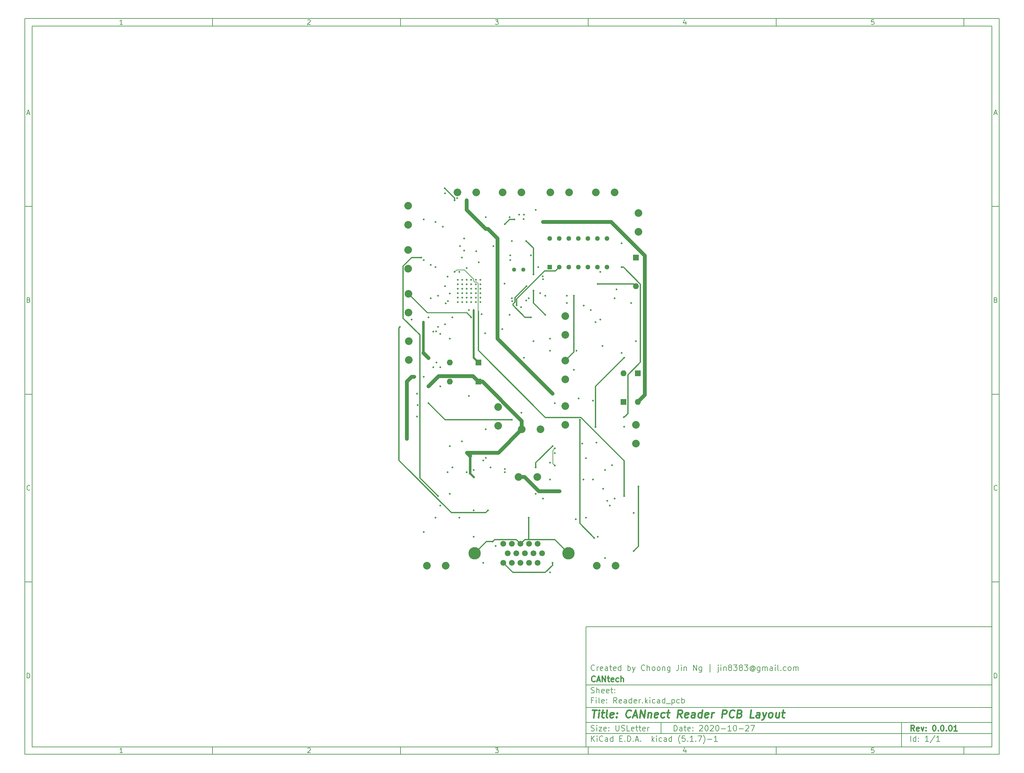
<source format=gbr>
%TF.GenerationSoftware,KiCad,Pcbnew,(5.1.7)-1*%
%TF.CreationDate,2020-10-27T12:50:59-07:00*%
%TF.ProjectId,Reader,52656164-6572-42e6-9b69-6361645f7063,0.0.01*%
%TF.SameCoordinates,Original*%
%TF.FileFunction,Copper,L3,Inr*%
%TF.FilePolarity,Positive*%
%FSLAX46Y46*%
G04 Gerber Fmt 4.6, Leading zero omitted, Abs format (unit mm)*
G04 Created by KiCad (PCBNEW (5.1.7)-1) date 2020-10-27 12:50:59*
%MOMM*%
%LPD*%
G01*
G04 APERTURE LIST*
%ADD10C,0.100000*%
%ADD11C,0.150000*%
%ADD12C,0.300000*%
%ADD13C,0.400000*%
%TA.AperFunction,ComponentPad*%
%ADD14C,2.032000*%
%TD*%
%TA.AperFunction,ComponentPad*%
%ADD15R,1.600000X1.600000*%
%TD*%
%TA.AperFunction,ComponentPad*%
%ADD16O,1.600000X1.600000*%
%TD*%
%TA.AperFunction,ComponentPad*%
%ADD17C,1.117600*%
%TD*%
%TA.AperFunction,ComponentPad*%
%ADD18C,0.500000*%
%TD*%
%TA.AperFunction,ComponentPad*%
%ADD19R,1.295400X1.295400*%
%TD*%
%TA.AperFunction,ComponentPad*%
%ADD20C,1.295400*%
%TD*%
%TA.AperFunction,ComponentPad*%
%ADD21C,3.302000*%
%TD*%
%TA.AperFunction,ComponentPad*%
%ADD22C,1.549400*%
%TD*%
%TA.AperFunction,ViaPad*%
%ADD23C,0.500000*%
%TD*%
%TA.AperFunction,Conductor*%
%ADD24C,0.300000*%
%TD*%
%TA.AperFunction,Conductor*%
%ADD25C,1.000000*%
%TD*%
%TA.AperFunction,Conductor*%
%ADD26C,0.200000*%
%TD*%
%TA.AperFunction,Conductor*%
%ADD27C,0.600000*%
%TD*%
%TA.AperFunction,Conductor*%
%ADD28C,0.500000*%
%TD*%
%TA.AperFunction,Conductor*%
%ADD29C,0.250000*%
%TD*%
%TA.AperFunction,Conductor*%
%ADD30C,0.700000*%
%TD*%
G04 APERTURE END LIST*
D10*
D11*
X159400000Y-171900000D02*
X159400000Y-203900000D01*
X267400000Y-203900000D01*
X267400000Y-171900000D01*
X159400000Y-171900000D01*
D10*
D11*
X10000000Y-10000000D02*
X10000000Y-205900000D01*
X269400000Y-205900000D01*
X269400000Y-10000000D01*
X10000000Y-10000000D01*
D10*
D11*
X12000000Y-12000000D02*
X12000000Y-203900000D01*
X267400000Y-203900000D01*
X267400000Y-12000000D01*
X12000000Y-12000000D01*
D10*
D11*
X60000000Y-12000000D02*
X60000000Y-10000000D01*
D10*
D11*
X110000000Y-12000000D02*
X110000000Y-10000000D01*
D10*
D11*
X160000000Y-12000000D02*
X160000000Y-10000000D01*
D10*
D11*
X210000000Y-12000000D02*
X210000000Y-10000000D01*
D10*
D11*
X260000000Y-12000000D02*
X260000000Y-10000000D01*
D10*
D11*
X36065476Y-11588095D02*
X35322619Y-11588095D01*
X35694047Y-11588095D02*
X35694047Y-10288095D01*
X35570238Y-10473809D01*
X35446428Y-10597619D01*
X35322619Y-10659523D01*
D10*
D11*
X85322619Y-10411904D02*
X85384523Y-10350000D01*
X85508333Y-10288095D01*
X85817857Y-10288095D01*
X85941666Y-10350000D01*
X86003571Y-10411904D01*
X86065476Y-10535714D01*
X86065476Y-10659523D01*
X86003571Y-10845238D01*
X85260714Y-11588095D01*
X86065476Y-11588095D01*
D10*
D11*
X135260714Y-10288095D02*
X136065476Y-10288095D01*
X135632142Y-10783333D01*
X135817857Y-10783333D01*
X135941666Y-10845238D01*
X136003571Y-10907142D01*
X136065476Y-11030952D01*
X136065476Y-11340476D01*
X136003571Y-11464285D01*
X135941666Y-11526190D01*
X135817857Y-11588095D01*
X135446428Y-11588095D01*
X135322619Y-11526190D01*
X135260714Y-11464285D01*
D10*
D11*
X185941666Y-10721428D02*
X185941666Y-11588095D01*
X185632142Y-10226190D02*
X185322619Y-11154761D01*
X186127380Y-11154761D01*
D10*
D11*
X236003571Y-10288095D02*
X235384523Y-10288095D01*
X235322619Y-10907142D01*
X235384523Y-10845238D01*
X235508333Y-10783333D01*
X235817857Y-10783333D01*
X235941666Y-10845238D01*
X236003571Y-10907142D01*
X236065476Y-11030952D01*
X236065476Y-11340476D01*
X236003571Y-11464285D01*
X235941666Y-11526190D01*
X235817857Y-11588095D01*
X235508333Y-11588095D01*
X235384523Y-11526190D01*
X235322619Y-11464285D01*
D10*
D11*
X60000000Y-203900000D02*
X60000000Y-205900000D01*
D10*
D11*
X110000000Y-203900000D02*
X110000000Y-205900000D01*
D10*
D11*
X160000000Y-203900000D02*
X160000000Y-205900000D01*
D10*
D11*
X210000000Y-203900000D02*
X210000000Y-205900000D01*
D10*
D11*
X260000000Y-203900000D02*
X260000000Y-205900000D01*
D10*
D11*
X36065476Y-205488095D02*
X35322619Y-205488095D01*
X35694047Y-205488095D02*
X35694047Y-204188095D01*
X35570238Y-204373809D01*
X35446428Y-204497619D01*
X35322619Y-204559523D01*
D10*
D11*
X85322619Y-204311904D02*
X85384523Y-204250000D01*
X85508333Y-204188095D01*
X85817857Y-204188095D01*
X85941666Y-204250000D01*
X86003571Y-204311904D01*
X86065476Y-204435714D01*
X86065476Y-204559523D01*
X86003571Y-204745238D01*
X85260714Y-205488095D01*
X86065476Y-205488095D01*
D10*
D11*
X135260714Y-204188095D02*
X136065476Y-204188095D01*
X135632142Y-204683333D01*
X135817857Y-204683333D01*
X135941666Y-204745238D01*
X136003571Y-204807142D01*
X136065476Y-204930952D01*
X136065476Y-205240476D01*
X136003571Y-205364285D01*
X135941666Y-205426190D01*
X135817857Y-205488095D01*
X135446428Y-205488095D01*
X135322619Y-205426190D01*
X135260714Y-205364285D01*
D10*
D11*
X185941666Y-204621428D02*
X185941666Y-205488095D01*
X185632142Y-204126190D02*
X185322619Y-205054761D01*
X186127380Y-205054761D01*
D10*
D11*
X236003571Y-204188095D02*
X235384523Y-204188095D01*
X235322619Y-204807142D01*
X235384523Y-204745238D01*
X235508333Y-204683333D01*
X235817857Y-204683333D01*
X235941666Y-204745238D01*
X236003571Y-204807142D01*
X236065476Y-204930952D01*
X236065476Y-205240476D01*
X236003571Y-205364285D01*
X235941666Y-205426190D01*
X235817857Y-205488095D01*
X235508333Y-205488095D01*
X235384523Y-205426190D01*
X235322619Y-205364285D01*
D10*
D11*
X10000000Y-60000000D02*
X12000000Y-60000000D01*
D10*
D11*
X10000000Y-110000000D02*
X12000000Y-110000000D01*
D10*
D11*
X10000000Y-160000000D02*
X12000000Y-160000000D01*
D10*
D11*
X10690476Y-35216666D02*
X11309523Y-35216666D01*
X10566666Y-35588095D02*
X11000000Y-34288095D01*
X11433333Y-35588095D01*
D10*
D11*
X11092857Y-84907142D02*
X11278571Y-84969047D01*
X11340476Y-85030952D01*
X11402380Y-85154761D01*
X11402380Y-85340476D01*
X11340476Y-85464285D01*
X11278571Y-85526190D01*
X11154761Y-85588095D01*
X10659523Y-85588095D01*
X10659523Y-84288095D01*
X11092857Y-84288095D01*
X11216666Y-84350000D01*
X11278571Y-84411904D01*
X11340476Y-84535714D01*
X11340476Y-84659523D01*
X11278571Y-84783333D01*
X11216666Y-84845238D01*
X11092857Y-84907142D01*
X10659523Y-84907142D01*
D10*
D11*
X11402380Y-135464285D02*
X11340476Y-135526190D01*
X11154761Y-135588095D01*
X11030952Y-135588095D01*
X10845238Y-135526190D01*
X10721428Y-135402380D01*
X10659523Y-135278571D01*
X10597619Y-135030952D01*
X10597619Y-134845238D01*
X10659523Y-134597619D01*
X10721428Y-134473809D01*
X10845238Y-134350000D01*
X11030952Y-134288095D01*
X11154761Y-134288095D01*
X11340476Y-134350000D01*
X11402380Y-134411904D01*
D10*
D11*
X10659523Y-185588095D02*
X10659523Y-184288095D01*
X10969047Y-184288095D01*
X11154761Y-184350000D01*
X11278571Y-184473809D01*
X11340476Y-184597619D01*
X11402380Y-184845238D01*
X11402380Y-185030952D01*
X11340476Y-185278571D01*
X11278571Y-185402380D01*
X11154761Y-185526190D01*
X10969047Y-185588095D01*
X10659523Y-185588095D01*
D10*
D11*
X269400000Y-60000000D02*
X267400000Y-60000000D01*
D10*
D11*
X269400000Y-110000000D02*
X267400000Y-110000000D01*
D10*
D11*
X269400000Y-160000000D02*
X267400000Y-160000000D01*
D10*
D11*
X268090476Y-35216666D02*
X268709523Y-35216666D01*
X267966666Y-35588095D02*
X268400000Y-34288095D01*
X268833333Y-35588095D01*
D10*
D11*
X268492857Y-84907142D02*
X268678571Y-84969047D01*
X268740476Y-85030952D01*
X268802380Y-85154761D01*
X268802380Y-85340476D01*
X268740476Y-85464285D01*
X268678571Y-85526190D01*
X268554761Y-85588095D01*
X268059523Y-85588095D01*
X268059523Y-84288095D01*
X268492857Y-84288095D01*
X268616666Y-84350000D01*
X268678571Y-84411904D01*
X268740476Y-84535714D01*
X268740476Y-84659523D01*
X268678571Y-84783333D01*
X268616666Y-84845238D01*
X268492857Y-84907142D01*
X268059523Y-84907142D01*
D10*
D11*
X268802380Y-135464285D02*
X268740476Y-135526190D01*
X268554761Y-135588095D01*
X268430952Y-135588095D01*
X268245238Y-135526190D01*
X268121428Y-135402380D01*
X268059523Y-135278571D01*
X267997619Y-135030952D01*
X267997619Y-134845238D01*
X268059523Y-134597619D01*
X268121428Y-134473809D01*
X268245238Y-134350000D01*
X268430952Y-134288095D01*
X268554761Y-134288095D01*
X268740476Y-134350000D01*
X268802380Y-134411904D01*
D10*
D11*
X268059523Y-185588095D02*
X268059523Y-184288095D01*
X268369047Y-184288095D01*
X268554761Y-184350000D01*
X268678571Y-184473809D01*
X268740476Y-184597619D01*
X268802380Y-184845238D01*
X268802380Y-185030952D01*
X268740476Y-185278571D01*
X268678571Y-185402380D01*
X268554761Y-185526190D01*
X268369047Y-185588095D01*
X268059523Y-185588095D01*
D10*
D11*
X182832142Y-199678571D02*
X182832142Y-198178571D01*
X183189285Y-198178571D01*
X183403571Y-198250000D01*
X183546428Y-198392857D01*
X183617857Y-198535714D01*
X183689285Y-198821428D01*
X183689285Y-199035714D01*
X183617857Y-199321428D01*
X183546428Y-199464285D01*
X183403571Y-199607142D01*
X183189285Y-199678571D01*
X182832142Y-199678571D01*
X184975000Y-199678571D02*
X184975000Y-198892857D01*
X184903571Y-198750000D01*
X184760714Y-198678571D01*
X184475000Y-198678571D01*
X184332142Y-198750000D01*
X184975000Y-199607142D02*
X184832142Y-199678571D01*
X184475000Y-199678571D01*
X184332142Y-199607142D01*
X184260714Y-199464285D01*
X184260714Y-199321428D01*
X184332142Y-199178571D01*
X184475000Y-199107142D01*
X184832142Y-199107142D01*
X184975000Y-199035714D01*
X185475000Y-198678571D02*
X186046428Y-198678571D01*
X185689285Y-198178571D02*
X185689285Y-199464285D01*
X185760714Y-199607142D01*
X185903571Y-199678571D01*
X186046428Y-199678571D01*
X187117857Y-199607142D02*
X186975000Y-199678571D01*
X186689285Y-199678571D01*
X186546428Y-199607142D01*
X186475000Y-199464285D01*
X186475000Y-198892857D01*
X186546428Y-198750000D01*
X186689285Y-198678571D01*
X186975000Y-198678571D01*
X187117857Y-198750000D01*
X187189285Y-198892857D01*
X187189285Y-199035714D01*
X186475000Y-199178571D01*
X187832142Y-199535714D02*
X187903571Y-199607142D01*
X187832142Y-199678571D01*
X187760714Y-199607142D01*
X187832142Y-199535714D01*
X187832142Y-199678571D01*
X187832142Y-198750000D02*
X187903571Y-198821428D01*
X187832142Y-198892857D01*
X187760714Y-198821428D01*
X187832142Y-198750000D01*
X187832142Y-198892857D01*
X189617857Y-198321428D02*
X189689285Y-198250000D01*
X189832142Y-198178571D01*
X190189285Y-198178571D01*
X190332142Y-198250000D01*
X190403571Y-198321428D01*
X190475000Y-198464285D01*
X190475000Y-198607142D01*
X190403571Y-198821428D01*
X189546428Y-199678571D01*
X190475000Y-199678571D01*
X191403571Y-198178571D02*
X191546428Y-198178571D01*
X191689285Y-198250000D01*
X191760714Y-198321428D01*
X191832142Y-198464285D01*
X191903571Y-198750000D01*
X191903571Y-199107142D01*
X191832142Y-199392857D01*
X191760714Y-199535714D01*
X191689285Y-199607142D01*
X191546428Y-199678571D01*
X191403571Y-199678571D01*
X191260714Y-199607142D01*
X191189285Y-199535714D01*
X191117857Y-199392857D01*
X191046428Y-199107142D01*
X191046428Y-198750000D01*
X191117857Y-198464285D01*
X191189285Y-198321428D01*
X191260714Y-198250000D01*
X191403571Y-198178571D01*
X192475000Y-198321428D02*
X192546428Y-198250000D01*
X192689285Y-198178571D01*
X193046428Y-198178571D01*
X193189285Y-198250000D01*
X193260714Y-198321428D01*
X193332142Y-198464285D01*
X193332142Y-198607142D01*
X193260714Y-198821428D01*
X192403571Y-199678571D01*
X193332142Y-199678571D01*
X194260714Y-198178571D02*
X194403571Y-198178571D01*
X194546428Y-198250000D01*
X194617857Y-198321428D01*
X194689285Y-198464285D01*
X194760714Y-198750000D01*
X194760714Y-199107142D01*
X194689285Y-199392857D01*
X194617857Y-199535714D01*
X194546428Y-199607142D01*
X194403571Y-199678571D01*
X194260714Y-199678571D01*
X194117857Y-199607142D01*
X194046428Y-199535714D01*
X193975000Y-199392857D01*
X193903571Y-199107142D01*
X193903571Y-198750000D01*
X193975000Y-198464285D01*
X194046428Y-198321428D01*
X194117857Y-198250000D01*
X194260714Y-198178571D01*
X195403571Y-199107142D02*
X196546428Y-199107142D01*
X198046428Y-199678571D02*
X197189285Y-199678571D01*
X197617857Y-199678571D02*
X197617857Y-198178571D01*
X197475000Y-198392857D01*
X197332142Y-198535714D01*
X197189285Y-198607142D01*
X198975000Y-198178571D02*
X199117857Y-198178571D01*
X199260714Y-198250000D01*
X199332142Y-198321428D01*
X199403571Y-198464285D01*
X199475000Y-198750000D01*
X199475000Y-199107142D01*
X199403571Y-199392857D01*
X199332142Y-199535714D01*
X199260714Y-199607142D01*
X199117857Y-199678571D01*
X198975000Y-199678571D01*
X198832142Y-199607142D01*
X198760714Y-199535714D01*
X198689285Y-199392857D01*
X198617857Y-199107142D01*
X198617857Y-198750000D01*
X198689285Y-198464285D01*
X198760714Y-198321428D01*
X198832142Y-198250000D01*
X198975000Y-198178571D01*
X200117857Y-199107142D02*
X201260714Y-199107142D01*
X201903571Y-198321428D02*
X201975000Y-198250000D01*
X202117857Y-198178571D01*
X202475000Y-198178571D01*
X202617857Y-198250000D01*
X202689285Y-198321428D01*
X202760714Y-198464285D01*
X202760714Y-198607142D01*
X202689285Y-198821428D01*
X201832142Y-199678571D01*
X202760714Y-199678571D01*
X203260714Y-198178571D02*
X204260714Y-198178571D01*
X203617857Y-199678571D01*
D10*
D11*
X159400000Y-200400000D02*
X267400000Y-200400000D01*
D10*
D11*
X160832142Y-202478571D02*
X160832142Y-200978571D01*
X161689285Y-202478571D02*
X161046428Y-201621428D01*
X161689285Y-200978571D02*
X160832142Y-201835714D01*
X162332142Y-202478571D02*
X162332142Y-201478571D01*
X162332142Y-200978571D02*
X162260714Y-201050000D01*
X162332142Y-201121428D01*
X162403571Y-201050000D01*
X162332142Y-200978571D01*
X162332142Y-201121428D01*
X163903571Y-202335714D02*
X163832142Y-202407142D01*
X163617857Y-202478571D01*
X163475000Y-202478571D01*
X163260714Y-202407142D01*
X163117857Y-202264285D01*
X163046428Y-202121428D01*
X162975000Y-201835714D01*
X162975000Y-201621428D01*
X163046428Y-201335714D01*
X163117857Y-201192857D01*
X163260714Y-201050000D01*
X163475000Y-200978571D01*
X163617857Y-200978571D01*
X163832142Y-201050000D01*
X163903571Y-201121428D01*
X165189285Y-202478571D02*
X165189285Y-201692857D01*
X165117857Y-201550000D01*
X164975000Y-201478571D01*
X164689285Y-201478571D01*
X164546428Y-201550000D01*
X165189285Y-202407142D02*
X165046428Y-202478571D01*
X164689285Y-202478571D01*
X164546428Y-202407142D01*
X164475000Y-202264285D01*
X164475000Y-202121428D01*
X164546428Y-201978571D01*
X164689285Y-201907142D01*
X165046428Y-201907142D01*
X165189285Y-201835714D01*
X166546428Y-202478571D02*
X166546428Y-200978571D01*
X166546428Y-202407142D02*
X166403571Y-202478571D01*
X166117857Y-202478571D01*
X165975000Y-202407142D01*
X165903571Y-202335714D01*
X165832142Y-202192857D01*
X165832142Y-201764285D01*
X165903571Y-201621428D01*
X165975000Y-201550000D01*
X166117857Y-201478571D01*
X166403571Y-201478571D01*
X166546428Y-201550000D01*
X168403571Y-201692857D02*
X168903571Y-201692857D01*
X169117857Y-202478571D02*
X168403571Y-202478571D01*
X168403571Y-200978571D01*
X169117857Y-200978571D01*
X169760714Y-202335714D02*
X169832142Y-202407142D01*
X169760714Y-202478571D01*
X169689285Y-202407142D01*
X169760714Y-202335714D01*
X169760714Y-202478571D01*
X170475000Y-202478571D02*
X170475000Y-200978571D01*
X170832142Y-200978571D01*
X171046428Y-201050000D01*
X171189285Y-201192857D01*
X171260714Y-201335714D01*
X171332142Y-201621428D01*
X171332142Y-201835714D01*
X171260714Y-202121428D01*
X171189285Y-202264285D01*
X171046428Y-202407142D01*
X170832142Y-202478571D01*
X170475000Y-202478571D01*
X171975000Y-202335714D02*
X172046428Y-202407142D01*
X171975000Y-202478571D01*
X171903571Y-202407142D01*
X171975000Y-202335714D01*
X171975000Y-202478571D01*
X172617857Y-202050000D02*
X173332142Y-202050000D01*
X172475000Y-202478571D02*
X172975000Y-200978571D01*
X173475000Y-202478571D01*
X173975000Y-202335714D02*
X174046428Y-202407142D01*
X173975000Y-202478571D01*
X173903571Y-202407142D01*
X173975000Y-202335714D01*
X173975000Y-202478571D01*
X176975000Y-202478571D02*
X176975000Y-200978571D01*
X177117857Y-201907142D02*
X177546428Y-202478571D01*
X177546428Y-201478571D02*
X176975000Y-202050000D01*
X178189285Y-202478571D02*
X178189285Y-201478571D01*
X178189285Y-200978571D02*
X178117857Y-201050000D01*
X178189285Y-201121428D01*
X178260714Y-201050000D01*
X178189285Y-200978571D01*
X178189285Y-201121428D01*
X179546428Y-202407142D02*
X179403571Y-202478571D01*
X179117857Y-202478571D01*
X178975000Y-202407142D01*
X178903571Y-202335714D01*
X178832142Y-202192857D01*
X178832142Y-201764285D01*
X178903571Y-201621428D01*
X178975000Y-201550000D01*
X179117857Y-201478571D01*
X179403571Y-201478571D01*
X179546428Y-201550000D01*
X180832142Y-202478571D02*
X180832142Y-201692857D01*
X180760714Y-201550000D01*
X180617857Y-201478571D01*
X180332142Y-201478571D01*
X180189285Y-201550000D01*
X180832142Y-202407142D02*
X180689285Y-202478571D01*
X180332142Y-202478571D01*
X180189285Y-202407142D01*
X180117857Y-202264285D01*
X180117857Y-202121428D01*
X180189285Y-201978571D01*
X180332142Y-201907142D01*
X180689285Y-201907142D01*
X180832142Y-201835714D01*
X182189285Y-202478571D02*
X182189285Y-200978571D01*
X182189285Y-202407142D02*
X182046428Y-202478571D01*
X181760714Y-202478571D01*
X181617857Y-202407142D01*
X181546428Y-202335714D01*
X181475000Y-202192857D01*
X181475000Y-201764285D01*
X181546428Y-201621428D01*
X181617857Y-201550000D01*
X181760714Y-201478571D01*
X182046428Y-201478571D01*
X182189285Y-201550000D01*
X184475000Y-203050000D02*
X184403571Y-202978571D01*
X184260714Y-202764285D01*
X184189285Y-202621428D01*
X184117857Y-202407142D01*
X184046428Y-202050000D01*
X184046428Y-201764285D01*
X184117857Y-201407142D01*
X184189285Y-201192857D01*
X184260714Y-201050000D01*
X184403571Y-200835714D01*
X184475000Y-200764285D01*
X185760714Y-200978571D02*
X185046428Y-200978571D01*
X184975000Y-201692857D01*
X185046428Y-201621428D01*
X185189285Y-201550000D01*
X185546428Y-201550000D01*
X185689285Y-201621428D01*
X185760714Y-201692857D01*
X185832142Y-201835714D01*
X185832142Y-202192857D01*
X185760714Y-202335714D01*
X185689285Y-202407142D01*
X185546428Y-202478571D01*
X185189285Y-202478571D01*
X185046428Y-202407142D01*
X184975000Y-202335714D01*
X186475000Y-202335714D02*
X186546428Y-202407142D01*
X186475000Y-202478571D01*
X186403571Y-202407142D01*
X186475000Y-202335714D01*
X186475000Y-202478571D01*
X187975000Y-202478571D02*
X187117857Y-202478571D01*
X187546428Y-202478571D02*
X187546428Y-200978571D01*
X187403571Y-201192857D01*
X187260714Y-201335714D01*
X187117857Y-201407142D01*
X188617857Y-202335714D02*
X188689285Y-202407142D01*
X188617857Y-202478571D01*
X188546428Y-202407142D01*
X188617857Y-202335714D01*
X188617857Y-202478571D01*
X189189285Y-200978571D02*
X190189285Y-200978571D01*
X189546428Y-202478571D01*
X190617857Y-203050000D02*
X190689285Y-202978571D01*
X190832142Y-202764285D01*
X190903571Y-202621428D01*
X190975000Y-202407142D01*
X191046428Y-202050000D01*
X191046428Y-201764285D01*
X190975000Y-201407142D01*
X190903571Y-201192857D01*
X190832142Y-201050000D01*
X190689285Y-200835714D01*
X190617857Y-200764285D01*
X191760714Y-201907142D02*
X192903571Y-201907142D01*
X194403571Y-202478571D02*
X193546428Y-202478571D01*
X193975000Y-202478571D02*
X193975000Y-200978571D01*
X193832142Y-201192857D01*
X193689285Y-201335714D01*
X193546428Y-201407142D01*
D10*
D11*
X159400000Y-197400000D02*
X267400000Y-197400000D01*
D10*
D12*
X246809285Y-199678571D02*
X246309285Y-198964285D01*
X245952142Y-199678571D02*
X245952142Y-198178571D01*
X246523571Y-198178571D01*
X246666428Y-198250000D01*
X246737857Y-198321428D01*
X246809285Y-198464285D01*
X246809285Y-198678571D01*
X246737857Y-198821428D01*
X246666428Y-198892857D01*
X246523571Y-198964285D01*
X245952142Y-198964285D01*
X248023571Y-199607142D02*
X247880714Y-199678571D01*
X247595000Y-199678571D01*
X247452142Y-199607142D01*
X247380714Y-199464285D01*
X247380714Y-198892857D01*
X247452142Y-198750000D01*
X247595000Y-198678571D01*
X247880714Y-198678571D01*
X248023571Y-198750000D01*
X248095000Y-198892857D01*
X248095000Y-199035714D01*
X247380714Y-199178571D01*
X248595000Y-198678571D02*
X248952142Y-199678571D01*
X249309285Y-198678571D01*
X249880714Y-199535714D02*
X249952142Y-199607142D01*
X249880714Y-199678571D01*
X249809285Y-199607142D01*
X249880714Y-199535714D01*
X249880714Y-199678571D01*
X249880714Y-198750000D02*
X249952142Y-198821428D01*
X249880714Y-198892857D01*
X249809285Y-198821428D01*
X249880714Y-198750000D01*
X249880714Y-198892857D01*
X252023571Y-198178571D02*
X252166428Y-198178571D01*
X252309285Y-198250000D01*
X252380714Y-198321428D01*
X252452142Y-198464285D01*
X252523571Y-198750000D01*
X252523571Y-199107142D01*
X252452142Y-199392857D01*
X252380714Y-199535714D01*
X252309285Y-199607142D01*
X252166428Y-199678571D01*
X252023571Y-199678571D01*
X251880714Y-199607142D01*
X251809285Y-199535714D01*
X251737857Y-199392857D01*
X251666428Y-199107142D01*
X251666428Y-198750000D01*
X251737857Y-198464285D01*
X251809285Y-198321428D01*
X251880714Y-198250000D01*
X252023571Y-198178571D01*
X253166428Y-199535714D02*
X253237857Y-199607142D01*
X253166428Y-199678571D01*
X253095000Y-199607142D01*
X253166428Y-199535714D01*
X253166428Y-199678571D01*
X254166428Y-198178571D02*
X254309285Y-198178571D01*
X254452142Y-198250000D01*
X254523571Y-198321428D01*
X254595000Y-198464285D01*
X254666428Y-198750000D01*
X254666428Y-199107142D01*
X254595000Y-199392857D01*
X254523571Y-199535714D01*
X254452142Y-199607142D01*
X254309285Y-199678571D01*
X254166428Y-199678571D01*
X254023571Y-199607142D01*
X253952142Y-199535714D01*
X253880714Y-199392857D01*
X253809285Y-199107142D01*
X253809285Y-198750000D01*
X253880714Y-198464285D01*
X253952142Y-198321428D01*
X254023571Y-198250000D01*
X254166428Y-198178571D01*
X255309285Y-199535714D02*
X255380714Y-199607142D01*
X255309285Y-199678571D01*
X255237857Y-199607142D01*
X255309285Y-199535714D01*
X255309285Y-199678571D01*
X256309285Y-198178571D02*
X256452142Y-198178571D01*
X256595000Y-198250000D01*
X256666428Y-198321428D01*
X256737857Y-198464285D01*
X256809285Y-198750000D01*
X256809285Y-199107142D01*
X256737857Y-199392857D01*
X256666428Y-199535714D01*
X256595000Y-199607142D01*
X256452142Y-199678571D01*
X256309285Y-199678571D01*
X256166428Y-199607142D01*
X256095000Y-199535714D01*
X256023571Y-199392857D01*
X255952142Y-199107142D01*
X255952142Y-198750000D01*
X256023571Y-198464285D01*
X256095000Y-198321428D01*
X256166428Y-198250000D01*
X256309285Y-198178571D01*
X258237857Y-199678571D02*
X257380714Y-199678571D01*
X257809285Y-199678571D02*
X257809285Y-198178571D01*
X257666428Y-198392857D01*
X257523571Y-198535714D01*
X257380714Y-198607142D01*
D10*
D11*
X160760714Y-199607142D02*
X160975000Y-199678571D01*
X161332142Y-199678571D01*
X161475000Y-199607142D01*
X161546428Y-199535714D01*
X161617857Y-199392857D01*
X161617857Y-199250000D01*
X161546428Y-199107142D01*
X161475000Y-199035714D01*
X161332142Y-198964285D01*
X161046428Y-198892857D01*
X160903571Y-198821428D01*
X160832142Y-198750000D01*
X160760714Y-198607142D01*
X160760714Y-198464285D01*
X160832142Y-198321428D01*
X160903571Y-198250000D01*
X161046428Y-198178571D01*
X161403571Y-198178571D01*
X161617857Y-198250000D01*
X162260714Y-199678571D02*
X162260714Y-198678571D01*
X162260714Y-198178571D02*
X162189285Y-198250000D01*
X162260714Y-198321428D01*
X162332142Y-198250000D01*
X162260714Y-198178571D01*
X162260714Y-198321428D01*
X162832142Y-198678571D02*
X163617857Y-198678571D01*
X162832142Y-199678571D01*
X163617857Y-199678571D01*
X164760714Y-199607142D02*
X164617857Y-199678571D01*
X164332142Y-199678571D01*
X164189285Y-199607142D01*
X164117857Y-199464285D01*
X164117857Y-198892857D01*
X164189285Y-198750000D01*
X164332142Y-198678571D01*
X164617857Y-198678571D01*
X164760714Y-198750000D01*
X164832142Y-198892857D01*
X164832142Y-199035714D01*
X164117857Y-199178571D01*
X165475000Y-199535714D02*
X165546428Y-199607142D01*
X165475000Y-199678571D01*
X165403571Y-199607142D01*
X165475000Y-199535714D01*
X165475000Y-199678571D01*
X165475000Y-198750000D02*
X165546428Y-198821428D01*
X165475000Y-198892857D01*
X165403571Y-198821428D01*
X165475000Y-198750000D01*
X165475000Y-198892857D01*
X167332142Y-198178571D02*
X167332142Y-199392857D01*
X167403571Y-199535714D01*
X167475000Y-199607142D01*
X167617857Y-199678571D01*
X167903571Y-199678571D01*
X168046428Y-199607142D01*
X168117857Y-199535714D01*
X168189285Y-199392857D01*
X168189285Y-198178571D01*
X168832142Y-199607142D02*
X169046428Y-199678571D01*
X169403571Y-199678571D01*
X169546428Y-199607142D01*
X169617857Y-199535714D01*
X169689285Y-199392857D01*
X169689285Y-199250000D01*
X169617857Y-199107142D01*
X169546428Y-199035714D01*
X169403571Y-198964285D01*
X169117857Y-198892857D01*
X168975000Y-198821428D01*
X168903571Y-198750000D01*
X168832142Y-198607142D01*
X168832142Y-198464285D01*
X168903571Y-198321428D01*
X168975000Y-198250000D01*
X169117857Y-198178571D01*
X169475000Y-198178571D01*
X169689285Y-198250000D01*
X171046428Y-199678571D02*
X170332142Y-199678571D01*
X170332142Y-198178571D01*
X172117857Y-199607142D02*
X171975000Y-199678571D01*
X171689285Y-199678571D01*
X171546428Y-199607142D01*
X171475000Y-199464285D01*
X171475000Y-198892857D01*
X171546428Y-198750000D01*
X171689285Y-198678571D01*
X171975000Y-198678571D01*
X172117857Y-198750000D01*
X172189285Y-198892857D01*
X172189285Y-199035714D01*
X171475000Y-199178571D01*
X172617857Y-198678571D02*
X173189285Y-198678571D01*
X172832142Y-198178571D02*
X172832142Y-199464285D01*
X172903571Y-199607142D01*
X173046428Y-199678571D01*
X173189285Y-199678571D01*
X173475000Y-198678571D02*
X174046428Y-198678571D01*
X173689285Y-198178571D02*
X173689285Y-199464285D01*
X173760714Y-199607142D01*
X173903571Y-199678571D01*
X174046428Y-199678571D01*
X175117857Y-199607142D02*
X174975000Y-199678571D01*
X174689285Y-199678571D01*
X174546428Y-199607142D01*
X174475000Y-199464285D01*
X174475000Y-198892857D01*
X174546428Y-198750000D01*
X174689285Y-198678571D01*
X174975000Y-198678571D01*
X175117857Y-198750000D01*
X175189285Y-198892857D01*
X175189285Y-199035714D01*
X174475000Y-199178571D01*
X175832142Y-199678571D02*
X175832142Y-198678571D01*
X175832142Y-198964285D02*
X175903571Y-198821428D01*
X175975000Y-198750000D01*
X176117857Y-198678571D01*
X176260714Y-198678571D01*
D10*
D11*
X245832142Y-202478571D02*
X245832142Y-200978571D01*
X247189285Y-202478571D02*
X247189285Y-200978571D01*
X247189285Y-202407142D02*
X247046428Y-202478571D01*
X246760714Y-202478571D01*
X246617857Y-202407142D01*
X246546428Y-202335714D01*
X246475000Y-202192857D01*
X246475000Y-201764285D01*
X246546428Y-201621428D01*
X246617857Y-201550000D01*
X246760714Y-201478571D01*
X247046428Y-201478571D01*
X247189285Y-201550000D01*
X247903571Y-202335714D02*
X247975000Y-202407142D01*
X247903571Y-202478571D01*
X247832142Y-202407142D01*
X247903571Y-202335714D01*
X247903571Y-202478571D01*
X247903571Y-201550000D02*
X247975000Y-201621428D01*
X247903571Y-201692857D01*
X247832142Y-201621428D01*
X247903571Y-201550000D01*
X247903571Y-201692857D01*
X250546428Y-202478571D02*
X249689285Y-202478571D01*
X250117857Y-202478571D02*
X250117857Y-200978571D01*
X249975000Y-201192857D01*
X249832142Y-201335714D01*
X249689285Y-201407142D01*
X252260714Y-200907142D02*
X250975000Y-202835714D01*
X253546428Y-202478571D02*
X252689285Y-202478571D01*
X253117857Y-202478571D02*
X253117857Y-200978571D01*
X252975000Y-201192857D01*
X252832142Y-201335714D01*
X252689285Y-201407142D01*
D10*
D11*
X159400000Y-193400000D02*
X267400000Y-193400000D01*
D10*
D13*
X161112380Y-194104761D02*
X162255238Y-194104761D01*
X161433809Y-196104761D02*
X161683809Y-194104761D01*
X162671904Y-196104761D02*
X162838571Y-194771428D01*
X162921904Y-194104761D02*
X162814761Y-194200000D01*
X162898095Y-194295238D01*
X163005238Y-194200000D01*
X162921904Y-194104761D01*
X162898095Y-194295238D01*
X163505238Y-194771428D02*
X164267142Y-194771428D01*
X163874285Y-194104761D02*
X163660000Y-195819047D01*
X163731428Y-196009523D01*
X163910000Y-196104761D01*
X164100476Y-196104761D01*
X165052857Y-196104761D02*
X164874285Y-196009523D01*
X164802857Y-195819047D01*
X165017142Y-194104761D01*
X166588571Y-196009523D02*
X166386190Y-196104761D01*
X166005238Y-196104761D01*
X165826666Y-196009523D01*
X165755238Y-195819047D01*
X165850476Y-195057142D01*
X165969523Y-194866666D01*
X166171904Y-194771428D01*
X166552857Y-194771428D01*
X166731428Y-194866666D01*
X166802857Y-195057142D01*
X166779047Y-195247619D01*
X165802857Y-195438095D01*
X167552857Y-195914285D02*
X167636190Y-196009523D01*
X167529047Y-196104761D01*
X167445714Y-196009523D01*
X167552857Y-195914285D01*
X167529047Y-196104761D01*
X167683809Y-194866666D02*
X167767142Y-194961904D01*
X167660000Y-195057142D01*
X167576666Y-194961904D01*
X167683809Y-194866666D01*
X167660000Y-195057142D01*
X171171904Y-195914285D02*
X171064761Y-196009523D01*
X170767142Y-196104761D01*
X170576666Y-196104761D01*
X170302857Y-196009523D01*
X170136190Y-195819047D01*
X170064761Y-195628571D01*
X170017142Y-195247619D01*
X170052857Y-194961904D01*
X170195714Y-194580952D01*
X170314761Y-194390476D01*
X170529047Y-194200000D01*
X170826666Y-194104761D01*
X171017142Y-194104761D01*
X171290952Y-194200000D01*
X171374285Y-194295238D01*
X171981428Y-195533333D02*
X172933809Y-195533333D01*
X171719523Y-196104761D02*
X172636190Y-194104761D01*
X173052857Y-196104761D01*
X173719523Y-196104761D02*
X173969523Y-194104761D01*
X174862380Y-196104761D01*
X175112380Y-194104761D01*
X175981428Y-194771428D02*
X175814761Y-196104761D01*
X175957619Y-194961904D02*
X176064761Y-194866666D01*
X176267142Y-194771428D01*
X176552857Y-194771428D01*
X176731428Y-194866666D01*
X176802857Y-195057142D01*
X176671904Y-196104761D01*
X178398095Y-196009523D02*
X178195714Y-196104761D01*
X177814761Y-196104761D01*
X177636190Y-196009523D01*
X177564761Y-195819047D01*
X177660000Y-195057142D01*
X177779047Y-194866666D01*
X177981428Y-194771428D01*
X178362380Y-194771428D01*
X178540952Y-194866666D01*
X178612380Y-195057142D01*
X178588571Y-195247619D01*
X177612380Y-195438095D01*
X180207619Y-196009523D02*
X180005238Y-196104761D01*
X179624285Y-196104761D01*
X179445714Y-196009523D01*
X179362380Y-195914285D01*
X179290952Y-195723809D01*
X179362380Y-195152380D01*
X179481428Y-194961904D01*
X179588571Y-194866666D01*
X179790952Y-194771428D01*
X180171904Y-194771428D01*
X180350476Y-194866666D01*
X180933809Y-194771428D02*
X181695714Y-194771428D01*
X181302857Y-194104761D02*
X181088571Y-195819047D01*
X181160000Y-196009523D01*
X181338571Y-196104761D01*
X181529047Y-196104761D01*
X184862380Y-196104761D02*
X184314761Y-195152380D01*
X183719523Y-196104761D02*
X183969523Y-194104761D01*
X184731428Y-194104761D01*
X184910000Y-194200000D01*
X184993333Y-194295238D01*
X185064761Y-194485714D01*
X185029047Y-194771428D01*
X184910000Y-194961904D01*
X184802857Y-195057142D01*
X184600476Y-195152380D01*
X183838571Y-195152380D01*
X186493333Y-196009523D02*
X186290952Y-196104761D01*
X185910000Y-196104761D01*
X185731428Y-196009523D01*
X185660000Y-195819047D01*
X185755238Y-195057142D01*
X185874285Y-194866666D01*
X186076666Y-194771428D01*
X186457619Y-194771428D01*
X186636190Y-194866666D01*
X186707619Y-195057142D01*
X186683809Y-195247619D01*
X185707619Y-195438095D01*
X188290952Y-196104761D02*
X188421904Y-195057142D01*
X188350476Y-194866666D01*
X188171904Y-194771428D01*
X187790952Y-194771428D01*
X187588571Y-194866666D01*
X188302857Y-196009523D02*
X188100476Y-196104761D01*
X187624285Y-196104761D01*
X187445714Y-196009523D01*
X187374285Y-195819047D01*
X187398095Y-195628571D01*
X187517142Y-195438095D01*
X187719523Y-195342857D01*
X188195714Y-195342857D01*
X188398095Y-195247619D01*
X190100476Y-196104761D02*
X190350476Y-194104761D01*
X190112380Y-196009523D02*
X189910000Y-196104761D01*
X189529047Y-196104761D01*
X189350476Y-196009523D01*
X189267142Y-195914285D01*
X189195714Y-195723809D01*
X189267142Y-195152380D01*
X189386190Y-194961904D01*
X189493333Y-194866666D01*
X189695714Y-194771428D01*
X190076666Y-194771428D01*
X190255238Y-194866666D01*
X191826666Y-196009523D02*
X191624285Y-196104761D01*
X191243333Y-196104761D01*
X191064761Y-196009523D01*
X190993333Y-195819047D01*
X191088571Y-195057142D01*
X191207619Y-194866666D01*
X191410000Y-194771428D01*
X191790952Y-194771428D01*
X191969523Y-194866666D01*
X192040952Y-195057142D01*
X192017142Y-195247619D01*
X191040952Y-195438095D01*
X192767142Y-196104761D02*
X192933809Y-194771428D01*
X192886190Y-195152380D02*
X193005238Y-194961904D01*
X193112380Y-194866666D01*
X193314761Y-194771428D01*
X193505238Y-194771428D01*
X195529047Y-196104761D02*
X195779047Y-194104761D01*
X196540952Y-194104761D01*
X196719523Y-194200000D01*
X196802857Y-194295238D01*
X196874285Y-194485714D01*
X196838571Y-194771428D01*
X196719523Y-194961904D01*
X196612380Y-195057142D01*
X196410000Y-195152380D01*
X195648095Y-195152380D01*
X198695714Y-195914285D02*
X198588571Y-196009523D01*
X198290952Y-196104761D01*
X198100476Y-196104761D01*
X197826666Y-196009523D01*
X197660000Y-195819047D01*
X197588571Y-195628571D01*
X197540952Y-195247619D01*
X197576666Y-194961904D01*
X197719523Y-194580952D01*
X197838571Y-194390476D01*
X198052857Y-194200000D01*
X198350476Y-194104761D01*
X198540952Y-194104761D01*
X198814761Y-194200000D01*
X198898095Y-194295238D01*
X200326666Y-195057142D02*
X200600476Y-195152380D01*
X200683809Y-195247619D01*
X200755238Y-195438095D01*
X200719523Y-195723809D01*
X200600476Y-195914285D01*
X200493333Y-196009523D01*
X200290952Y-196104761D01*
X199529047Y-196104761D01*
X199779047Y-194104761D01*
X200445714Y-194104761D01*
X200624285Y-194200000D01*
X200707619Y-194295238D01*
X200779047Y-194485714D01*
X200755238Y-194676190D01*
X200636190Y-194866666D01*
X200529047Y-194961904D01*
X200326666Y-195057142D01*
X199660000Y-195057142D01*
X204005238Y-196104761D02*
X203052857Y-196104761D01*
X203302857Y-194104761D01*
X205529047Y-196104761D02*
X205660000Y-195057142D01*
X205588571Y-194866666D01*
X205410000Y-194771428D01*
X205029047Y-194771428D01*
X204826666Y-194866666D01*
X205540952Y-196009523D02*
X205338571Y-196104761D01*
X204862380Y-196104761D01*
X204683809Y-196009523D01*
X204612380Y-195819047D01*
X204636190Y-195628571D01*
X204755238Y-195438095D01*
X204957619Y-195342857D01*
X205433809Y-195342857D01*
X205636190Y-195247619D01*
X206457619Y-194771428D02*
X206767142Y-196104761D01*
X207410000Y-194771428D02*
X206767142Y-196104761D01*
X206517142Y-196580952D01*
X206410000Y-196676190D01*
X206207619Y-196771428D01*
X208290952Y-196104761D02*
X208112380Y-196009523D01*
X208029047Y-195914285D01*
X207957619Y-195723809D01*
X208029047Y-195152380D01*
X208148095Y-194961904D01*
X208255238Y-194866666D01*
X208457619Y-194771428D01*
X208743333Y-194771428D01*
X208921904Y-194866666D01*
X209005238Y-194961904D01*
X209076666Y-195152380D01*
X209005238Y-195723809D01*
X208886190Y-195914285D01*
X208779047Y-196009523D01*
X208576666Y-196104761D01*
X208290952Y-196104761D01*
X210838571Y-194771428D02*
X210671904Y-196104761D01*
X209981428Y-194771428D02*
X209850476Y-195819047D01*
X209921904Y-196009523D01*
X210100476Y-196104761D01*
X210386190Y-196104761D01*
X210588571Y-196009523D01*
X210695714Y-195914285D01*
X211505238Y-194771428D02*
X212267142Y-194771428D01*
X211874285Y-194104761D02*
X211659999Y-195819047D01*
X211731428Y-196009523D01*
X211909999Y-196104761D01*
X212100476Y-196104761D01*
D10*
D11*
X161332142Y-191492857D02*
X160832142Y-191492857D01*
X160832142Y-192278571D02*
X160832142Y-190778571D01*
X161546428Y-190778571D01*
X162117857Y-192278571D02*
X162117857Y-191278571D01*
X162117857Y-190778571D02*
X162046428Y-190850000D01*
X162117857Y-190921428D01*
X162189285Y-190850000D01*
X162117857Y-190778571D01*
X162117857Y-190921428D01*
X163046428Y-192278571D02*
X162903571Y-192207142D01*
X162832142Y-192064285D01*
X162832142Y-190778571D01*
X164189285Y-192207142D02*
X164046428Y-192278571D01*
X163760714Y-192278571D01*
X163617857Y-192207142D01*
X163546428Y-192064285D01*
X163546428Y-191492857D01*
X163617857Y-191350000D01*
X163760714Y-191278571D01*
X164046428Y-191278571D01*
X164189285Y-191350000D01*
X164260714Y-191492857D01*
X164260714Y-191635714D01*
X163546428Y-191778571D01*
X164903571Y-192135714D02*
X164975000Y-192207142D01*
X164903571Y-192278571D01*
X164832142Y-192207142D01*
X164903571Y-192135714D01*
X164903571Y-192278571D01*
X164903571Y-191350000D02*
X164975000Y-191421428D01*
X164903571Y-191492857D01*
X164832142Y-191421428D01*
X164903571Y-191350000D01*
X164903571Y-191492857D01*
X167617857Y-192278571D02*
X167117857Y-191564285D01*
X166760714Y-192278571D02*
X166760714Y-190778571D01*
X167332142Y-190778571D01*
X167475000Y-190850000D01*
X167546428Y-190921428D01*
X167617857Y-191064285D01*
X167617857Y-191278571D01*
X167546428Y-191421428D01*
X167475000Y-191492857D01*
X167332142Y-191564285D01*
X166760714Y-191564285D01*
X168832142Y-192207142D02*
X168689285Y-192278571D01*
X168403571Y-192278571D01*
X168260714Y-192207142D01*
X168189285Y-192064285D01*
X168189285Y-191492857D01*
X168260714Y-191350000D01*
X168403571Y-191278571D01*
X168689285Y-191278571D01*
X168832142Y-191350000D01*
X168903571Y-191492857D01*
X168903571Y-191635714D01*
X168189285Y-191778571D01*
X170189285Y-192278571D02*
X170189285Y-191492857D01*
X170117857Y-191350000D01*
X169975000Y-191278571D01*
X169689285Y-191278571D01*
X169546428Y-191350000D01*
X170189285Y-192207142D02*
X170046428Y-192278571D01*
X169689285Y-192278571D01*
X169546428Y-192207142D01*
X169475000Y-192064285D01*
X169475000Y-191921428D01*
X169546428Y-191778571D01*
X169689285Y-191707142D01*
X170046428Y-191707142D01*
X170189285Y-191635714D01*
X171546428Y-192278571D02*
X171546428Y-190778571D01*
X171546428Y-192207142D02*
X171403571Y-192278571D01*
X171117857Y-192278571D01*
X170975000Y-192207142D01*
X170903571Y-192135714D01*
X170832142Y-191992857D01*
X170832142Y-191564285D01*
X170903571Y-191421428D01*
X170975000Y-191350000D01*
X171117857Y-191278571D01*
X171403571Y-191278571D01*
X171546428Y-191350000D01*
X172832142Y-192207142D02*
X172689285Y-192278571D01*
X172403571Y-192278571D01*
X172260714Y-192207142D01*
X172189285Y-192064285D01*
X172189285Y-191492857D01*
X172260714Y-191350000D01*
X172403571Y-191278571D01*
X172689285Y-191278571D01*
X172832142Y-191350000D01*
X172903571Y-191492857D01*
X172903571Y-191635714D01*
X172189285Y-191778571D01*
X173546428Y-192278571D02*
X173546428Y-191278571D01*
X173546428Y-191564285D02*
X173617857Y-191421428D01*
X173689285Y-191350000D01*
X173832142Y-191278571D01*
X173975000Y-191278571D01*
X174475000Y-192135714D02*
X174546428Y-192207142D01*
X174475000Y-192278571D01*
X174403571Y-192207142D01*
X174475000Y-192135714D01*
X174475000Y-192278571D01*
X175189285Y-192278571D02*
X175189285Y-190778571D01*
X175332142Y-191707142D02*
X175760714Y-192278571D01*
X175760714Y-191278571D02*
X175189285Y-191850000D01*
X176403571Y-192278571D02*
X176403571Y-191278571D01*
X176403571Y-190778571D02*
X176332142Y-190850000D01*
X176403571Y-190921428D01*
X176475000Y-190850000D01*
X176403571Y-190778571D01*
X176403571Y-190921428D01*
X177760714Y-192207142D02*
X177617857Y-192278571D01*
X177332142Y-192278571D01*
X177189285Y-192207142D01*
X177117857Y-192135714D01*
X177046428Y-191992857D01*
X177046428Y-191564285D01*
X177117857Y-191421428D01*
X177189285Y-191350000D01*
X177332142Y-191278571D01*
X177617857Y-191278571D01*
X177760714Y-191350000D01*
X179046428Y-192278571D02*
X179046428Y-191492857D01*
X178975000Y-191350000D01*
X178832142Y-191278571D01*
X178546428Y-191278571D01*
X178403571Y-191350000D01*
X179046428Y-192207142D02*
X178903571Y-192278571D01*
X178546428Y-192278571D01*
X178403571Y-192207142D01*
X178332142Y-192064285D01*
X178332142Y-191921428D01*
X178403571Y-191778571D01*
X178546428Y-191707142D01*
X178903571Y-191707142D01*
X179046428Y-191635714D01*
X180403571Y-192278571D02*
X180403571Y-190778571D01*
X180403571Y-192207142D02*
X180260714Y-192278571D01*
X179975000Y-192278571D01*
X179832142Y-192207142D01*
X179760714Y-192135714D01*
X179689285Y-191992857D01*
X179689285Y-191564285D01*
X179760714Y-191421428D01*
X179832142Y-191350000D01*
X179975000Y-191278571D01*
X180260714Y-191278571D01*
X180403571Y-191350000D01*
X180760714Y-192421428D02*
X181903571Y-192421428D01*
X182260714Y-191278571D02*
X182260714Y-192778571D01*
X182260714Y-191350000D02*
X182403571Y-191278571D01*
X182689285Y-191278571D01*
X182832142Y-191350000D01*
X182903571Y-191421428D01*
X182975000Y-191564285D01*
X182975000Y-191992857D01*
X182903571Y-192135714D01*
X182832142Y-192207142D01*
X182689285Y-192278571D01*
X182403571Y-192278571D01*
X182260714Y-192207142D01*
X184260714Y-192207142D02*
X184117857Y-192278571D01*
X183832142Y-192278571D01*
X183689285Y-192207142D01*
X183617857Y-192135714D01*
X183546428Y-191992857D01*
X183546428Y-191564285D01*
X183617857Y-191421428D01*
X183689285Y-191350000D01*
X183832142Y-191278571D01*
X184117857Y-191278571D01*
X184260714Y-191350000D01*
X184903571Y-192278571D02*
X184903571Y-190778571D01*
X184903571Y-191350000D02*
X185046428Y-191278571D01*
X185332142Y-191278571D01*
X185475000Y-191350000D01*
X185546428Y-191421428D01*
X185617857Y-191564285D01*
X185617857Y-191992857D01*
X185546428Y-192135714D01*
X185475000Y-192207142D01*
X185332142Y-192278571D01*
X185046428Y-192278571D01*
X184903571Y-192207142D01*
D10*
D11*
X159400000Y-187400000D02*
X267400000Y-187400000D01*
D10*
D11*
X160760714Y-189507142D02*
X160975000Y-189578571D01*
X161332142Y-189578571D01*
X161475000Y-189507142D01*
X161546428Y-189435714D01*
X161617857Y-189292857D01*
X161617857Y-189150000D01*
X161546428Y-189007142D01*
X161475000Y-188935714D01*
X161332142Y-188864285D01*
X161046428Y-188792857D01*
X160903571Y-188721428D01*
X160832142Y-188650000D01*
X160760714Y-188507142D01*
X160760714Y-188364285D01*
X160832142Y-188221428D01*
X160903571Y-188150000D01*
X161046428Y-188078571D01*
X161403571Y-188078571D01*
X161617857Y-188150000D01*
X162260714Y-189578571D02*
X162260714Y-188078571D01*
X162903571Y-189578571D02*
X162903571Y-188792857D01*
X162832142Y-188650000D01*
X162689285Y-188578571D01*
X162475000Y-188578571D01*
X162332142Y-188650000D01*
X162260714Y-188721428D01*
X164189285Y-189507142D02*
X164046428Y-189578571D01*
X163760714Y-189578571D01*
X163617857Y-189507142D01*
X163546428Y-189364285D01*
X163546428Y-188792857D01*
X163617857Y-188650000D01*
X163760714Y-188578571D01*
X164046428Y-188578571D01*
X164189285Y-188650000D01*
X164260714Y-188792857D01*
X164260714Y-188935714D01*
X163546428Y-189078571D01*
X165475000Y-189507142D02*
X165332142Y-189578571D01*
X165046428Y-189578571D01*
X164903571Y-189507142D01*
X164832142Y-189364285D01*
X164832142Y-188792857D01*
X164903571Y-188650000D01*
X165046428Y-188578571D01*
X165332142Y-188578571D01*
X165475000Y-188650000D01*
X165546428Y-188792857D01*
X165546428Y-188935714D01*
X164832142Y-189078571D01*
X165975000Y-188578571D02*
X166546428Y-188578571D01*
X166189285Y-188078571D02*
X166189285Y-189364285D01*
X166260714Y-189507142D01*
X166403571Y-189578571D01*
X166546428Y-189578571D01*
X167046428Y-189435714D02*
X167117857Y-189507142D01*
X167046428Y-189578571D01*
X166975000Y-189507142D01*
X167046428Y-189435714D01*
X167046428Y-189578571D01*
X167046428Y-188650000D02*
X167117857Y-188721428D01*
X167046428Y-188792857D01*
X166975000Y-188721428D01*
X167046428Y-188650000D01*
X167046428Y-188792857D01*
D10*
D12*
X161809285Y-186435714D02*
X161737857Y-186507142D01*
X161523571Y-186578571D01*
X161380714Y-186578571D01*
X161166428Y-186507142D01*
X161023571Y-186364285D01*
X160952142Y-186221428D01*
X160880714Y-185935714D01*
X160880714Y-185721428D01*
X160952142Y-185435714D01*
X161023571Y-185292857D01*
X161166428Y-185150000D01*
X161380714Y-185078571D01*
X161523571Y-185078571D01*
X161737857Y-185150000D01*
X161809285Y-185221428D01*
X162380714Y-186150000D02*
X163095000Y-186150000D01*
X162237857Y-186578571D02*
X162737857Y-185078571D01*
X163237857Y-186578571D01*
X163737857Y-186578571D02*
X163737857Y-185078571D01*
X164595000Y-186578571D01*
X164595000Y-185078571D01*
X165095000Y-185578571D02*
X165666428Y-185578571D01*
X165309285Y-185078571D02*
X165309285Y-186364285D01*
X165380714Y-186507142D01*
X165523571Y-186578571D01*
X165666428Y-186578571D01*
X166737857Y-186507142D02*
X166595000Y-186578571D01*
X166309285Y-186578571D01*
X166166428Y-186507142D01*
X166095000Y-186364285D01*
X166095000Y-185792857D01*
X166166428Y-185650000D01*
X166309285Y-185578571D01*
X166595000Y-185578571D01*
X166737857Y-185650000D01*
X166809285Y-185792857D01*
X166809285Y-185935714D01*
X166095000Y-186078571D01*
X168095000Y-186507142D02*
X167952142Y-186578571D01*
X167666428Y-186578571D01*
X167523571Y-186507142D01*
X167452142Y-186435714D01*
X167380714Y-186292857D01*
X167380714Y-185864285D01*
X167452142Y-185721428D01*
X167523571Y-185650000D01*
X167666428Y-185578571D01*
X167952142Y-185578571D01*
X168095000Y-185650000D01*
X168737857Y-186578571D02*
X168737857Y-185078571D01*
X169380714Y-186578571D02*
X169380714Y-185792857D01*
X169309285Y-185650000D01*
X169166428Y-185578571D01*
X168952142Y-185578571D01*
X168809285Y-185650000D01*
X168737857Y-185721428D01*
D10*
D11*
X161689285Y-183435714D02*
X161617857Y-183507142D01*
X161403571Y-183578571D01*
X161260714Y-183578571D01*
X161046428Y-183507142D01*
X160903571Y-183364285D01*
X160832142Y-183221428D01*
X160760714Y-182935714D01*
X160760714Y-182721428D01*
X160832142Y-182435714D01*
X160903571Y-182292857D01*
X161046428Y-182150000D01*
X161260714Y-182078571D01*
X161403571Y-182078571D01*
X161617857Y-182150000D01*
X161689285Y-182221428D01*
X162332142Y-183578571D02*
X162332142Y-182578571D01*
X162332142Y-182864285D02*
X162403571Y-182721428D01*
X162475000Y-182650000D01*
X162617857Y-182578571D01*
X162760714Y-182578571D01*
X163832142Y-183507142D02*
X163689285Y-183578571D01*
X163403571Y-183578571D01*
X163260714Y-183507142D01*
X163189285Y-183364285D01*
X163189285Y-182792857D01*
X163260714Y-182650000D01*
X163403571Y-182578571D01*
X163689285Y-182578571D01*
X163832142Y-182650000D01*
X163903571Y-182792857D01*
X163903571Y-182935714D01*
X163189285Y-183078571D01*
X165189285Y-183578571D02*
X165189285Y-182792857D01*
X165117857Y-182650000D01*
X164975000Y-182578571D01*
X164689285Y-182578571D01*
X164546428Y-182650000D01*
X165189285Y-183507142D02*
X165046428Y-183578571D01*
X164689285Y-183578571D01*
X164546428Y-183507142D01*
X164475000Y-183364285D01*
X164475000Y-183221428D01*
X164546428Y-183078571D01*
X164689285Y-183007142D01*
X165046428Y-183007142D01*
X165189285Y-182935714D01*
X165689285Y-182578571D02*
X166260714Y-182578571D01*
X165903571Y-182078571D02*
X165903571Y-183364285D01*
X165975000Y-183507142D01*
X166117857Y-183578571D01*
X166260714Y-183578571D01*
X167332142Y-183507142D02*
X167189285Y-183578571D01*
X166903571Y-183578571D01*
X166760714Y-183507142D01*
X166689285Y-183364285D01*
X166689285Y-182792857D01*
X166760714Y-182650000D01*
X166903571Y-182578571D01*
X167189285Y-182578571D01*
X167332142Y-182650000D01*
X167403571Y-182792857D01*
X167403571Y-182935714D01*
X166689285Y-183078571D01*
X168689285Y-183578571D02*
X168689285Y-182078571D01*
X168689285Y-183507142D02*
X168546428Y-183578571D01*
X168260714Y-183578571D01*
X168117857Y-183507142D01*
X168046428Y-183435714D01*
X167975000Y-183292857D01*
X167975000Y-182864285D01*
X168046428Y-182721428D01*
X168117857Y-182650000D01*
X168260714Y-182578571D01*
X168546428Y-182578571D01*
X168689285Y-182650000D01*
X170546428Y-183578571D02*
X170546428Y-182078571D01*
X170546428Y-182650000D02*
X170689285Y-182578571D01*
X170975000Y-182578571D01*
X171117857Y-182650000D01*
X171189285Y-182721428D01*
X171260714Y-182864285D01*
X171260714Y-183292857D01*
X171189285Y-183435714D01*
X171117857Y-183507142D01*
X170975000Y-183578571D01*
X170689285Y-183578571D01*
X170546428Y-183507142D01*
X171760714Y-182578571D02*
X172117857Y-183578571D01*
X172475000Y-182578571D02*
X172117857Y-183578571D01*
X171975000Y-183935714D01*
X171903571Y-184007142D01*
X171760714Y-184078571D01*
X175046428Y-183435714D02*
X174975000Y-183507142D01*
X174760714Y-183578571D01*
X174617857Y-183578571D01*
X174403571Y-183507142D01*
X174260714Y-183364285D01*
X174189285Y-183221428D01*
X174117857Y-182935714D01*
X174117857Y-182721428D01*
X174189285Y-182435714D01*
X174260714Y-182292857D01*
X174403571Y-182150000D01*
X174617857Y-182078571D01*
X174760714Y-182078571D01*
X174975000Y-182150000D01*
X175046428Y-182221428D01*
X175689285Y-183578571D02*
X175689285Y-182078571D01*
X176332142Y-183578571D02*
X176332142Y-182792857D01*
X176260714Y-182650000D01*
X176117857Y-182578571D01*
X175903571Y-182578571D01*
X175760714Y-182650000D01*
X175689285Y-182721428D01*
X177260714Y-183578571D02*
X177117857Y-183507142D01*
X177046428Y-183435714D01*
X176975000Y-183292857D01*
X176975000Y-182864285D01*
X177046428Y-182721428D01*
X177117857Y-182650000D01*
X177260714Y-182578571D01*
X177475000Y-182578571D01*
X177617857Y-182650000D01*
X177689285Y-182721428D01*
X177760714Y-182864285D01*
X177760714Y-183292857D01*
X177689285Y-183435714D01*
X177617857Y-183507142D01*
X177475000Y-183578571D01*
X177260714Y-183578571D01*
X178617857Y-183578571D02*
X178475000Y-183507142D01*
X178403571Y-183435714D01*
X178332142Y-183292857D01*
X178332142Y-182864285D01*
X178403571Y-182721428D01*
X178475000Y-182650000D01*
X178617857Y-182578571D01*
X178832142Y-182578571D01*
X178975000Y-182650000D01*
X179046428Y-182721428D01*
X179117857Y-182864285D01*
X179117857Y-183292857D01*
X179046428Y-183435714D01*
X178975000Y-183507142D01*
X178832142Y-183578571D01*
X178617857Y-183578571D01*
X179760714Y-182578571D02*
X179760714Y-183578571D01*
X179760714Y-182721428D02*
X179832142Y-182650000D01*
X179975000Y-182578571D01*
X180189285Y-182578571D01*
X180332142Y-182650000D01*
X180403571Y-182792857D01*
X180403571Y-183578571D01*
X181760714Y-182578571D02*
X181760714Y-183792857D01*
X181689285Y-183935714D01*
X181617857Y-184007142D01*
X181475000Y-184078571D01*
X181260714Y-184078571D01*
X181117857Y-184007142D01*
X181760714Y-183507142D02*
X181617857Y-183578571D01*
X181332142Y-183578571D01*
X181189285Y-183507142D01*
X181117857Y-183435714D01*
X181046428Y-183292857D01*
X181046428Y-182864285D01*
X181117857Y-182721428D01*
X181189285Y-182650000D01*
X181332142Y-182578571D01*
X181617857Y-182578571D01*
X181760714Y-182650000D01*
X184046428Y-182078571D02*
X184046428Y-183150000D01*
X183975000Y-183364285D01*
X183832142Y-183507142D01*
X183617857Y-183578571D01*
X183475000Y-183578571D01*
X184760714Y-183578571D02*
X184760714Y-182578571D01*
X184760714Y-182078571D02*
X184689285Y-182150000D01*
X184760714Y-182221428D01*
X184832142Y-182150000D01*
X184760714Y-182078571D01*
X184760714Y-182221428D01*
X185475000Y-182578571D02*
X185475000Y-183578571D01*
X185475000Y-182721428D02*
X185546428Y-182650000D01*
X185689285Y-182578571D01*
X185903571Y-182578571D01*
X186046428Y-182650000D01*
X186117857Y-182792857D01*
X186117857Y-183578571D01*
X187975000Y-183578571D02*
X187975000Y-182078571D01*
X188832142Y-183578571D01*
X188832142Y-182078571D01*
X190189285Y-182578571D02*
X190189285Y-183792857D01*
X190117857Y-183935714D01*
X190046428Y-184007142D01*
X189903571Y-184078571D01*
X189689285Y-184078571D01*
X189546428Y-184007142D01*
X190189285Y-183507142D02*
X190046428Y-183578571D01*
X189760714Y-183578571D01*
X189617857Y-183507142D01*
X189546428Y-183435714D01*
X189475000Y-183292857D01*
X189475000Y-182864285D01*
X189546428Y-182721428D01*
X189617857Y-182650000D01*
X189760714Y-182578571D01*
X190046428Y-182578571D01*
X190189285Y-182650000D01*
X192403571Y-184078571D02*
X192403571Y-181935714D01*
X194617857Y-182578571D02*
X194617857Y-183864285D01*
X194546428Y-184007142D01*
X194403571Y-184078571D01*
X194332142Y-184078571D01*
X194617857Y-182078571D02*
X194546428Y-182150000D01*
X194617857Y-182221428D01*
X194689285Y-182150000D01*
X194617857Y-182078571D01*
X194617857Y-182221428D01*
X195332142Y-183578571D02*
X195332142Y-182578571D01*
X195332142Y-182078571D02*
X195260714Y-182150000D01*
X195332142Y-182221428D01*
X195403571Y-182150000D01*
X195332142Y-182078571D01*
X195332142Y-182221428D01*
X196046428Y-182578571D02*
X196046428Y-183578571D01*
X196046428Y-182721428D02*
X196117857Y-182650000D01*
X196260714Y-182578571D01*
X196475000Y-182578571D01*
X196617857Y-182650000D01*
X196689285Y-182792857D01*
X196689285Y-183578571D01*
X197617857Y-182721428D02*
X197475000Y-182650000D01*
X197403571Y-182578571D01*
X197332142Y-182435714D01*
X197332142Y-182364285D01*
X197403571Y-182221428D01*
X197475000Y-182150000D01*
X197617857Y-182078571D01*
X197903571Y-182078571D01*
X198046428Y-182150000D01*
X198117857Y-182221428D01*
X198189285Y-182364285D01*
X198189285Y-182435714D01*
X198117857Y-182578571D01*
X198046428Y-182650000D01*
X197903571Y-182721428D01*
X197617857Y-182721428D01*
X197475000Y-182792857D01*
X197403571Y-182864285D01*
X197332142Y-183007142D01*
X197332142Y-183292857D01*
X197403571Y-183435714D01*
X197475000Y-183507142D01*
X197617857Y-183578571D01*
X197903571Y-183578571D01*
X198046428Y-183507142D01*
X198117857Y-183435714D01*
X198189285Y-183292857D01*
X198189285Y-183007142D01*
X198117857Y-182864285D01*
X198046428Y-182792857D01*
X197903571Y-182721428D01*
X198689285Y-182078571D02*
X199617857Y-182078571D01*
X199117857Y-182650000D01*
X199332142Y-182650000D01*
X199475000Y-182721428D01*
X199546428Y-182792857D01*
X199617857Y-182935714D01*
X199617857Y-183292857D01*
X199546428Y-183435714D01*
X199475000Y-183507142D01*
X199332142Y-183578571D01*
X198903571Y-183578571D01*
X198760714Y-183507142D01*
X198689285Y-183435714D01*
X200475000Y-182721428D02*
X200332142Y-182650000D01*
X200260714Y-182578571D01*
X200189285Y-182435714D01*
X200189285Y-182364285D01*
X200260714Y-182221428D01*
X200332142Y-182150000D01*
X200475000Y-182078571D01*
X200760714Y-182078571D01*
X200903571Y-182150000D01*
X200975000Y-182221428D01*
X201046428Y-182364285D01*
X201046428Y-182435714D01*
X200975000Y-182578571D01*
X200903571Y-182650000D01*
X200760714Y-182721428D01*
X200475000Y-182721428D01*
X200332142Y-182792857D01*
X200260714Y-182864285D01*
X200189285Y-183007142D01*
X200189285Y-183292857D01*
X200260714Y-183435714D01*
X200332142Y-183507142D01*
X200475000Y-183578571D01*
X200760714Y-183578571D01*
X200903571Y-183507142D01*
X200975000Y-183435714D01*
X201046428Y-183292857D01*
X201046428Y-183007142D01*
X200975000Y-182864285D01*
X200903571Y-182792857D01*
X200760714Y-182721428D01*
X201546428Y-182078571D02*
X202475000Y-182078571D01*
X201975000Y-182650000D01*
X202189285Y-182650000D01*
X202332142Y-182721428D01*
X202403571Y-182792857D01*
X202475000Y-182935714D01*
X202475000Y-183292857D01*
X202403571Y-183435714D01*
X202332142Y-183507142D01*
X202189285Y-183578571D01*
X201760714Y-183578571D01*
X201617857Y-183507142D01*
X201546428Y-183435714D01*
X204046428Y-182864285D02*
X203975000Y-182792857D01*
X203832142Y-182721428D01*
X203689285Y-182721428D01*
X203546428Y-182792857D01*
X203475000Y-182864285D01*
X203403571Y-183007142D01*
X203403571Y-183150000D01*
X203475000Y-183292857D01*
X203546428Y-183364285D01*
X203689285Y-183435714D01*
X203832142Y-183435714D01*
X203975000Y-183364285D01*
X204046428Y-183292857D01*
X204046428Y-182721428D02*
X204046428Y-183292857D01*
X204117857Y-183364285D01*
X204189285Y-183364285D01*
X204332142Y-183292857D01*
X204403571Y-183150000D01*
X204403571Y-182792857D01*
X204260714Y-182578571D01*
X204046428Y-182435714D01*
X203760714Y-182364285D01*
X203475000Y-182435714D01*
X203260714Y-182578571D01*
X203117857Y-182792857D01*
X203046428Y-183078571D01*
X203117857Y-183364285D01*
X203260714Y-183578571D01*
X203475000Y-183721428D01*
X203760714Y-183792857D01*
X204046428Y-183721428D01*
X204260714Y-183578571D01*
X205689285Y-182578571D02*
X205689285Y-183792857D01*
X205617857Y-183935714D01*
X205546428Y-184007142D01*
X205403571Y-184078571D01*
X205189285Y-184078571D01*
X205046428Y-184007142D01*
X205689285Y-183507142D02*
X205546428Y-183578571D01*
X205260714Y-183578571D01*
X205117857Y-183507142D01*
X205046428Y-183435714D01*
X204975000Y-183292857D01*
X204975000Y-182864285D01*
X205046428Y-182721428D01*
X205117857Y-182650000D01*
X205260714Y-182578571D01*
X205546428Y-182578571D01*
X205689285Y-182650000D01*
X206403571Y-183578571D02*
X206403571Y-182578571D01*
X206403571Y-182721428D02*
X206475000Y-182650000D01*
X206617857Y-182578571D01*
X206832142Y-182578571D01*
X206975000Y-182650000D01*
X207046428Y-182792857D01*
X207046428Y-183578571D01*
X207046428Y-182792857D02*
X207117857Y-182650000D01*
X207260714Y-182578571D01*
X207475000Y-182578571D01*
X207617857Y-182650000D01*
X207689285Y-182792857D01*
X207689285Y-183578571D01*
X209046428Y-183578571D02*
X209046428Y-182792857D01*
X208975000Y-182650000D01*
X208832142Y-182578571D01*
X208546428Y-182578571D01*
X208403571Y-182650000D01*
X209046428Y-183507142D02*
X208903571Y-183578571D01*
X208546428Y-183578571D01*
X208403571Y-183507142D01*
X208332142Y-183364285D01*
X208332142Y-183221428D01*
X208403571Y-183078571D01*
X208546428Y-183007142D01*
X208903571Y-183007142D01*
X209046428Y-182935714D01*
X209760714Y-183578571D02*
X209760714Y-182578571D01*
X209760714Y-182078571D02*
X209689285Y-182150000D01*
X209760714Y-182221428D01*
X209832142Y-182150000D01*
X209760714Y-182078571D01*
X209760714Y-182221428D01*
X210689285Y-183578571D02*
X210546428Y-183507142D01*
X210475000Y-183364285D01*
X210475000Y-182078571D01*
X211260714Y-183435714D02*
X211332142Y-183507142D01*
X211260714Y-183578571D01*
X211189285Y-183507142D01*
X211260714Y-183435714D01*
X211260714Y-183578571D01*
X212617857Y-183507142D02*
X212475000Y-183578571D01*
X212189285Y-183578571D01*
X212046428Y-183507142D01*
X211975000Y-183435714D01*
X211903571Y-183292857D01*
X211903571Y-182864285D01*
X211975000Y-182721428D01*
X212046428Y-182650000D01*
X212189285Y-182578571D01*
X212475000Y-182578571D01*
X212617857Y-182650000D01*
X213475000Y-183578571D02*
X213332142Y-183507142D01*
X213260714Y-183435714D01*
X213189285Y-183292857D01*
X213189285Y-182864285D01*
X213260714Y-182721428D01*
X213332142Y-182650000D01*
X213475000Y-182578571D01*
X213689285Y-182578571D01*
X213832142Y-182650000D01*
X213903571Y-182721428D01*
X213975000Y-182864285D01*
X213975000Y-183292857D01*
X213903571Y-183435714D01*
X213832142Y-183507142D01*
X213689285Y-183578571D01*
X213475000Y-183578571D01*
X214617857Y-183578571D02*
X214617857Y-182578571D01*
X214617857Y-182721428D02*
X214689285Y-182650000D01*
X214832142Y-182578571D01*
X215046428Y-182578571D01*
X215189285Y-182650000D01*
X215260714Y-182792857D01*
X215260714Y-183578571D01*
X215260714Y-182792857D02*
X215332142Y-182650000D01*
X215475000Y-182578571D01*
X215689285Y-182578571D01*
X215832142Y-182650000D01*
X215903571Y-182792857D01*
X215903571Y-183578571D01*
D10*
D11*
X179400000Y-197400000D02*
X179400000Y-200400000D01*
D10*
D11*
X243400000Y-197400000D02*
X243400000Y-203900000D01*
D14*
%TO.N,Pin7_ISO9141_K-Line*%
%TO.C,J_CN_2*%
X117094000Y-155702000D03*
%TO.N,Pin15_ISO9141_L-Line*%
X122094000Y-155702000D03*
%TD*%
%TO.N,/Host/MEMS_INT*%
%TO.C,J_HST_6*%
X154940000Y-56286400D03*
%TO.N,/Host/MEMS_CS*%
X149940000Y-56286400D03*
%TD*%
D15*
%TO.N,Pin4_GnD_Chassis*%
%TO.C,D_J1850_2*%
X169405300Y-112090200D03*
D16*
%TO.N,Net-(D_J1850_2-Pad2)*%
X169405300Y-104470200D03*
%TD*%
D14*
%TO.N,Pin1_SW_CAN*%
%TO.C,J_SWCAN_1*%
X153898600Y-106070400D03*
%TO.N,Net-(J_SWCAN_1-Pad2)*%
X153898600Y-101070400D03*
%TD*%
%TO.N,/OBDII Interpreter/High Speed CAN Transceiver/HS_CAN_RX*%
%TO.C,J_STN_1*%
X112090200Y-76588200D03*
%TO.N,/OBDII Interpreter/High Speed CAN Transceiver/HS_CAN_TX*%
X112090200Y-71588200D03*
%TD*%
%TO.N,/Host/HOST_RX*%
%TO.C,J_HST_2*%
X112090200Y-64871600D03*
%TO.N,/Host/HOST_TX*%
X112090200Y-59871600D03*
%TD*%
D15*
%TO.N,+3V3*%
%TO.C,D_VS_1*%
X130810000Y-106680000D03*
D16*
%TO.N,/OBDII Interpreter/Analog_Voltage*%
X123190000Y-106680000D03*
%TD*%
D14*
%TO.N,+12V*%
%TO.C,J_PSW_1*%
X136042400Y-113414800D03*
%TO.N,+12V_SW*%
X136042400Y-118414800D03*
%TD*%
D15*
%TO.N,Net-(D_J1850_3-Pad1)*%
%TO.C,D_J1850_3*%
X173151800Y-104470200D03*
D16*
%TO.N,+5V_SW*%
X173151800Y-112090200D03*
%TD*%
D14*
%TO.N,Pin14_ISO15765_CAN_BUS_Low*%
%TO.C,J_CN_1*%
X167306000Y-155702000D03*
%TO.N,Pin6_ISO15765_CAN_BUS_High*%
X162306000Y-155702000D03*
%TD*%
D17*
%TO.N,+3V3*%
%TO.C,C_MM_1*%
X142728000Y-76835000D03*
%TO.N,Pin4_GnD_Chassis*%
X140228000Y-76835000D03*
%TD*%
D16*
%TO.N,Net-(D_J1850_1-Pad2)*%
%TO.C,D_J1850_1*%
X172720000Y-81280000D03*
D15*
%TO.N,Pin2_SAE_J1850_BUS+*%
X172720000Y-73660000D03*
%TD*%
D14*
%TO.N,+5V*%
%TO.C,J_HST_4*%
X173355000Y-61772800D03*
X173355000Y-66772800D03*
%TD*%
%TO.N,/Host/I2C_SDA*%
%TO.C,J_HST_5*%
X137240000Y-56286400D03*
%TO.N,/Host/I2C_SCL*%
X142240000Y-56286400D03*
%TD*%
D16*
%TO.N,Pin4_GnD_Chassis*%
%TO.C,D_VS_2*%
X123190000Y-101600000D03*
D15*
%TO.N,/OBDII Interpreter/Analog_Voltage*%
X130810000Y-101600000D03*
%TD*%
D14*
%TO.N,+3V3*%
%TO.C,J_PS_2*%
X172720000Y-118190000D03*
%TO.N,+5V*%
X172720000Y-123190000D03*
%TD*%
%TO.N,Pin4_GnD_Chassis*%
%TO.C,J_HST_7*%
X167005000Y-56286400D03*
%TO.N,/Host/MEMS_CS*%
X162005000Y-56286400D03*
%TD*%
%TO.N,+5V_SW*%
%TO.C,J_PSW_2*%
X153924000Y-118160800D03*
%TO.N,+5V*%
X153924000Y-113160800D03*
%TD*%
%TO.N,/OBDII Interpreter/~RESET_OBD_HW~*%
%TO.C,J_HST_1*%
X112141000Y-88304800D03*
%TO.N,/OBDII Interpreter/RESET_OBD_SW*%
X112141000Y-83304800D03*
%TD*%
%TO.N,+3V3*%
%TO.C,J_PSW_3*%
X142320000Y-119380000D03*
%TO.N,+3.3V_SW*%
X147320000Y-119380000D03*
%TD*%
%TO.N,/OBDII Interpreter/Analog_Voltage*%
%TO.C,J_PS_1*%
X146478000Y-132080000D03*
%TO.N,+12V*%
X141478000Y-132080000D03*
%TD*%
%TO.N,/OBDII Interpreter/~RESET_OBD_HW~*%
%TO.C,J_STN_RST1*%
X112191800Y-95910400D03*
%TO.N,Pin4_GnD_Chassis*%
X112191800Y-100910400D03*
%TD*%
D18*
%TO.N,Pin4_GnD_Chassis*%
%TO.C,U_STN_1*%
X125295000Y-79575000D03*
X126485000Y-79575000D03*
X127675000Y-79575000D03*
X128865000Y-79575000D03*
X130055000Y-79575000D03*
X131245000Y-79575000D03*
X125295000Y-80765000D03*
X126485000Y-80765000D03*
X127675000Y-80765000D03*
X128865000Y-80765000D03*
X130055000Y-80765000D03*
X131245000Y-80765000D03*
X125295000Y-81955000D03*
X126485000Y-81955000D03*
X127675000Y-81955000D03*
X128865000Y-81955000D03*
X130055000Y-81955000D03*
X131245000Y-81955000D03*
X125295000Y-83145000D03*
X126485000Y-83145000D03*
X127675000Y-83145000D03*
X128865000Y-83145000D03*
X130055000Y-83145000D03*
X131245000Y-83145000D03*
X125295000Y-84335000D03*
X126485000Y-84335000D03*
X127675000Y-84335000D03*
X128865000Y-84335000D03*
X130055000Y-84335000D03*
X131245000Y-84335000D03*
X125295000Y-85525000D03*
X126485000Y-85525000D03*
X127675000Y-85525000D03*
X128865000Y-85525000D03*
X130055000Y-85525000D03*
X131245000Y-85525000D03*
%TD*%
D19*
%TO.N,/OBDII Interpreter/Comparator Transceiver/~ISO_RX~*%
%TO.C,U_COMP_1*%
X149733000Y-76200000D03*
D20*
%TO.N,/OBDII Interpreter/Comparator Transceiver/PWM_RX*%
X152273000Y-76200000D03*
%TO.N,+12V_SW*%
X154813000Y-76200000D03*
%TO.N,Net-(R_COMP_3-Pad1)*%
X157353000Y-76200000D03*
%TO.N,Net-(R_COMP_1-Pad2)*%
X159893000Y-76200000D03*
%TO.N,Net-(R_COMP_2-Pad2)*%
X162433000Y-76200000D03*
%TO.N,Net-(R_COMP_5-Pad2)*%
X164973000Y-76200000D03*
%TO.N,Net-(R_COMP_7-Pad2)*%
X164973000Y-68580000D03*
%TO.N,Net-(R_COMP_9-Pad1)*%
X162433000Y-68580000D03*
%TO.N,Net-(U_COMP_1-Pad10)*%
X159893000Y-68580000D03*
%TO.N,Net-(U_COMP_1-Pad11)*%
X157353000Y-68580000D03*
%TO.N,Pin4_GnD_Chassis*%
X154813000Y-68580000D03*
%TO.N,Net-(U_COMP_1-Pad13)*%
X152273000Y-68580000D03*
%TO.N,/OBDII Interpreter/Comparator Transceiver/VPW_RX*%
X149733000Y-68580000D03*
%TD*%
D14*
%TO.N,Pin4_GnD_Chassis*%
%TO.C,J_HST_3*%
X125175000Y-56286400D03*
X130175000Y-56286400D03*
%TD*%
%TO.N,/Host/~RESET_OBD_HW~*%
%TO.C,J_STN_2*%
X153924000Y-89204800D03*
%TO.N,/OBDII Interpreter/~PWR_CTRL~*%
X153924000Y-94204800D03*
%TD*%
D21*
%TO.N,Pin4_GnD_Chassis*%
%TO.C,CN1*%
X154735000Y-152400000D03*
X129745000Y-152400000D03*
D22*
%TO.N,Pin12*%
X146549999Y-149860000D03*
%TO.N,Pin9*%
X144259998Y-149860000D03*
%TO.N,Pin4_GnD_Chassis*%
X141970001Y-149860000D03*
%TO.N,Pin14_ISO15765_CAN_BUS_Low*%
X139680000Y-149860000D03*
%TO.N,Pin6_ISO15765_CAN_BUS_High*%
X137390000Y-149860000D03*
%TO.N,Pin16_Raw_+12V_Battery*%
X147695001Y-152400000D03*
%TO.N,Pin1_SW_CAN*%
X145405000Y-152400000D03*
%TO.N,Pin8*%
X143115000Y-152400000D03*
%TO.N,Pin15_ISO9141_L-Line*%
X140824999Y-152400000D03*
%TO.N,Pin7_ISO9141_K-Line*%
X138535001Y-152400000D03*
%TO.N,Pin13*%
X146549999Y-154940000D03*
%TO.N,Pin11_MS_CAN_Low*%
X144259998Y-154940000D03*
%TO.N,Pin3_MS_CAN_High*%
X141970001Y-154940000D03*
%TO.N,Pin10_SAE_J1850_BUS-*%
X139680000Y-154940000D03*
%TO.N,Pin2_SAE_J1850_BUS+*%
X137390000Y-154940000D03*
%TD*%
D23*
%TO.N,Pin4_GnD_Chassis*%
X116205000Y-146685000D03*
X134620000Y-149225000D03*
X144145000Y-142875000D03*
X172085000Y-141605000D03*
X120015000Y-83820000D03*
X119518660Y-93304964D03*
X132536999Y-93801999D03*
X117475000Y-112395000D03*
X122555000Y-130810000D03*
X133985000Y-129540000D03*
X121285000Y-65405000D03*
X132715000Y-62865000D03*
X156210000Y-103505000D03*
X139700000Y-116840000D03*
X139065000Y-62865000D03*
X168910000Y-69850000D03*
X167493500Y-82061500D03*
X158768400Y-86382082D03*
X166370000Y-128905000D03*
X122555000Y-78740000D03*
X119380000Y-76200000D03*
%TO.N,Net-(C_HSCAN_1-Pad1)*%
X119380000Y-64135000D03*
%TO.N,Net-(C_HSCAN_2-Pad1)*%
X116205000Y-63500000D03*
%TO.N,Net-(C_J1850_1-Pad1)*%
X171450000Y-85725000D03*
%TO.N,Net-(C_MSCAN_2-Pad1)*%
X120650000Y-139700000D03*
%TO.N,+12V*%
X132715000Y-66040000D03*
X127635000Y-58420000D03*
X150495000Y-109855000D03*
X152400000Y-135890000D03*
X132715000Y-119380000D03*
X157480000Y-111125000D03*
X162560000Y-147955000D03*
X159385000Y-142875000D03*
X151130000Y-125730000D03*
%TO.N,Net-(C_STN_4-Pad1)*%
X145415000Y-82406400D03*
X148590000Y-88900000D03*
%TO.N,Pin1_SW_CAN*%
X124460000Y-58420000D03*
X121827500Y-55152500D03*
X150495000Y-123825000D03*
X151130000Y-112395000D03*
X146050000Y-129540000D03*
X142803591Y-63428591D03*
%TO.N,Net-(C_VR1_BST1-Pad2)*%
X151107442Y-129026716D03*
X151130000Y-124460000D03*
%TO.N,Net-(C_VR1_BST1-Pad1)*%
X149860000Y-132715000D03*
%TO.N,Net-(C_VR1_in1-Pad1)*%
X149860000Y-128270000D03*
%TO.N,Net-(C_VR2_BST1-Pad2)*%
X132043248Y-127671752D03*
X137834000Y-129918002D03*
%TO.N,Net-(C_VR2_in1-Pad1)*%
X137795000Y-130810000D03*
%TO.N,/OBDII Interpreter/Analog_Voltage*%
X129540000Y-87630000D03*
X126365000Y-122555000D03*
X132715000Y-127000000D03*
%TO.N,Net-(CP_STN_1-Pad1)*%
X123190000Y-83185000D03*
%TO.N,Pin15_ISO9141_L-Line*%
X147955000Y-137795000D03*
X165735000Y-139700000D03*
%TO.N,Pin2_SAE_J1850_BUS+*%
X150495000Y-154940000D03*
X163195000Y-77470000D03*
X156672734Y-143337734D03*
X161925000Y-118745000D03*
X169545000Y-100330000D03*
X158355204Y-123190000D03*
X158750000Y-132715000D03*
%TO.N,/OBDII Interpreter/High Speed CAN Transceiver/HS_CAN_RX*%
X122661765Y-85196765D03*
%TO.N,Pin3_MS_CAN_High*%
X125730000Y-142875000D03*
X119591499Y-101600000D03*
%TO.N,Pin11_MS_CAN_Low*%
X132080000Y-154940000D03*
X129540000Y-147955000D03*
X118745000Y-102870000D03*
%TO.N,/OBDII Interpreter/Medium Speed CAN Transceiver/MS_CAN_RX*%
X122026765Y-85831765D03*
X120015000Y-92075000D03*
%TO.N,/OBDII Interpreter/OBDII Chip/SW_CAN_RX*%
X126365000Y-73660000D03*
X127000000Y-71755000D03*
X123825000Y-129540000D03*
X128270000Y-110490000D03*
X121920000Y-91440000D03*
%TO.N,/OBDII Interpreter/OBDII Chip/SW_CAN_MODE1*%
X127000000Y-68580000D03*
X130220000Y-71964000D03*
%TO.N,/OBDII Interpreter/OBDII Chip/SW_CAN_MODE0*%
X130820000Y-74930000D03*
X125857000Y-70612000D03*
%TO.N,/OBDII Interpreter/Comparator Transceiver/VPW_RX*%
X142105248Y-86860248D03*
X147891010Y-78595419D03*
%TO.N,/OBDII Interpreter/Comparator Transceiver/PWM_RX*%
X140970000Y-86360000D03*
%TO.N,/OBDII Interpreter/Comparator Transceiver/~ISO_RX~*%
X147955000Y-79375000D03*
X131582512Y-88713982D03*
%TO.N,+V_J1850*%
X163195000Y-90170000D03*
%TO.N,Net-(LED_STN_1-Pad1)*%
X114462300Y-115963700D03*
%TO.N,Net-(LED_STN_2-Pad1)*%
X114592000Y-112915700D03*
%TO.N,Net-(LED_STN_3-Pad1)*%
X114462300Y-109867700D03*
%TO.N,/OBDII Interpreter/~PWR_CTRL~*%
X149860000Y-95250000D03*
X119380000Y-142875000D03*
X148590000Y-83820000D03*
X142240000Y-114935000D03*
X129540000Y-130175000D03*
X123190000Y-136525000D03*
%TO.N,Net-(Q_ISO_3-Pad1)*%
X163936765Y-135148235D03*
X161290000Y-132715000D03*
%TO.N,Net-(Q_J1850_1-Pad3)*%
X160655000Y-87630000D03*
%TO.N,/OBDII Interpreter/OBDII Chip/~J1850_BUS+_VH~*%
X139655000Y-84500000D03*
X144145000Y-84455000D03*
%TO.N,Pin10_SAE_J1850_BUS-*%
X149860000Y-157480000D03*
X163830000Y-97155000D03*
X168910000Y-99060000D03*
%TO.N,/OBDII Interpreter/OBDII Chip/J1850_BUS-_TX*%
X154305000Y-83820000D03*
%TO.N,/OBDII Interpreter/OBDII Chip/J1850_BUS+_TX*%
X139708235Y-85197975D03*
X143510000Y-85100000D03*
X154305000Y-85725000D03*
X156845000Y-98425000D03*
X172720000Y-95885000D03*
%TO.N,/OBDII Interpreter/ISO 9141/ISO 14230 Transceiver/~ISO_K_TX~*%
X125720000Y-77470000D03*
X164465000Y-130175000D03*
%TO.N,/OBDII Interpreter/ISO 9141/ISO 14230 Transceiver/~ISO_L_TX~*%
X124460000Y-77470000D03*
X169545000Y-137160000D03*
%TO.N,/OBDII Interpreter/OBDII Chip/STATUS_LED*%
X123825000Y-89535000D03*
X117475000Y-89535000D03*
X113030000Y-90170000D03*
%TO.N,/OBDII Interpreter/~RESET_OBD_HW~*%
X123190000Y-95250000D03*
%TO.N,/OBDII Interpreter/RESET_OBD_SW*%
X128840000Y-89535000D03*
%TO.N,VDDA*%
X128270000Y-87630000D03*
%TO.N,Net-(Q_SWCAN_1-Pad3)*%
X140335000Y-63500000D03*
X137795000Y-64770000D03*
%TO.N,Net-(R_VR2_1-Pad2)*%
X127635000Y-130810000D03*
%TO.N,+5V_SW*%
X147955000Y-64135000D03*
X134747000Y-70612000D03*
%TO.N,/Host/HOST_TX*%
X121920000Y-81280000D03*
%TO.N,+12V_SW*%
X149860000Y-98425000D03*
%TO.N,/Host/I2C_SCL*%
X141605000Y-62230000D03*
%TO.N,/Host/I2C_SDA*%
X139700000Y-69215000D03*
%TO.N,/Host/MEMS_CS*%
X146050000Y-60960000D03*
%TO.N,/Host/MEMS_INT*%
X142875000Y-62230000D03*
X139218000Y-73025000D03*
%TO.N,Net-(J_SWCAN_1-Pad2)*%
X143510000Y-69215000D03*
X145415000Y-78105000D03*
X156210000Y-83820000D03*
%TO.N,/OBDII Interpreter/PWR_CTRL*%
X157755204Y-116794799D03*
X161607500Y-148272500D03*
%TO.N,+5V*%
X118110000Y-84455000D03*
X118745000Y-93345000D03*
X123190000Y-123825000D03*
X161290000Y-111760000D03*
X111760000Y-121920000D03*
X113665000Y-105410000D03*
X118110000Y-75565000D03*
X162220680Y-122894320D03*
X159385000Y-127060999D03*
%TO.N,+3V3*%
X127762000Y-125600002D03*
X139065000Y-88900000D03*
X117440500Y-107915500D03*
X127620000Y-76420000D03*
X147222000Y-83087000D03*
X117440500Y-100364500D03*
X146685000Y-76200000D03*
X144780000Y-73025000D03*
X129540000Y-132080000D03*
X139218000Y-74295000D03*
X116152237Y-90798288D03*
%TO.N,Net-(Q_HSCAN_1-Pad3)*%
X120650000Y-102870000D03*
X120650000Y-93980000D03*
X116205000Y-105410000D03*
%TO.N,Net-(Q_MSCAN_1-Pad3)*%
X120650000Y-107950000D03*
%TO.N,Net-(R_COMP_2-Pad2)*%
X168910000Y-76200000D03*
X168910000Y-76200000D03*
X169508248Y-116168248D03*
X169545000Y-118671496D03*
%TO.N,Net-(C_STN_2-Pad2)*%
X137750000Y-80600000D03*
X142875000Y-100330000D03*
X137160000Y-92710000D03*
%TO.N,Net-(C_STN_3-Pad1)*%
X144780000Y-89535000D03*
X143519949Y-81229949D03*
X145415000Y-95885000D03*
%TO.N,Net-(D_J1850_1-Pad2)*%
X162560000Y-80645000D03*
%TO.N,Net-(Q_ISO_2-Pad2)*%
X164465000Y-153670000D03*
%TO.N,Net-(Q_ISO_4-Pad1)*%
X165100000Y-138430000D03*
X167005000Y-137795000D03*
%TO.N,Net-(Q_J1850_2-Pad3)*%
X167005000Y-84455000D03*
%TO.N,Net-(R_J1850_3-Pad2)*%
X161925000Y-90805000D03*
%TO.N,Net-(R_SWCAN_3-Pad2)*%
X125095000Y-57785000D03*
X121920000Y-56515000D03*
%TO.N,Pin14_ISO15765_CAN_BUS_Low*%
X133350000Y-140970000D03*
X116205000Y-74295000D03*
X109855000Y-92075000D03*
%TO.N,Pin6_ISO15765_CAN_BUS_High*%
X129540000Y-140970000D03*
X115570000Y-73660000D03*
X114935000Y-93980000D03*
X120015000Y-137160000D03*
%TO.N,Pin7_ISO9141_K-Line*%
X135351001Y-150398999D03*
X146050000Y-136525000D03*
X173355000Y-134620000D03*
X172085000Y-151765000D03*
%TD*%
D24*
%TO.N,Pin4_GnD_Chassis*%
X132920000Y-149225000D02*
X129745000Y-152400000D01*
X134620000Y-149225000D02*
X132920000Y-149225000D01*
X140845300Y-148735299D02*
X141970001Y-149860000D01*
X135109701Y-148735299D02*
X140845300Y-148735299D01*
X134620000Y-149225000D02*
X135109701Y-148735299D01*
X151070299Y-148735299D02*
X154735000Y-152400000D01*
X141970001Y-149860000D02*
X143094702Y-148735299D01*
X144145000Y-148590000D02*
X143999701Y-148735299D01*
X144145000Y-142875000D02*
X144145000Y-148590000D01*
X143999701Y-148735299D02*
X151070299Y-148735299D01*
X143094702Y-148735299D02*
X143999701Y-148735299D01*
X121920000Y-116840000D02*
X117475000Y-112395000D01*
X139700000Y-116840000D02*
X121920000Y-116840000D01*
D25*
%TO.N,+12V*%
X132715000Y-66040000D02*
X127635000Y-60960000D01*
X127635000Y-60960000D02*
X127635000Y-58420000D01*
X132715000Y-66040000D02*
X133350000Y-66040000D01*
X135890000Y-68580000D02*
X135890000Y-93345000D01*
X133350000Y-66040000D02*
X135890000Y-68580000D01*
X135890000Y-93345000D02*
X135890000Y-95250000D01*
X135890000Y-95250000D02*
X150495000Y-109855000D01*
X143011002Y-132080000D02*
X141478000Y-132080000D01*
X146821002Y-135890000D02*
X143011002Y-132080000D01*
X152400000Y-135890000D02*
X146821002Y-135890000D01*
D24*
%TO.N,Net-(C_STN_4-Pad1)*%
X145415000Y-82406400D02*
X145415000Y-85725000D01*
X145415000Y-85725000D02*
X148590000Y-88900000D01*
%TO.N,Pin1_SW_CAN*%
X124460000Y-57785000D02*
X121827500Y-55152500D01*
X124460000Y-58420000D02*
X124460000Y-57785000D01*
X150495000Y-123825000D02*
X146050000Y-128270000D01*
X146050000Y-128270000D02*
X146050000Y-129540000D01*
D26*
%TO.N,Net-(C_VR1_BST1-Pad2)*%
X150579999Y-128499273D02*
X150579999Y-125010001D01*
X151107442Y-129026716D02*
X150579999Y-128499273D01*
X150579999Y-125010001D02*
X151130000Y-124460000D01*
D27*
%TO.N,/OBDII Interpreter/Analog_Voltage*%
X129540000Y-100330000D02*
X130810000Y-101600000D01*
D28*
X129540000Y-87630000D02*
X129540000Y-100330000D01*
D24*
%TO.N,Pin2_SAE_J1850_BUS+*%
X150495000Y-154940000D02*
X150495000Y-155575000D01*
X150495000Y-155575000D02*
X148590000Y-157480000D01*
X139930000Y-157480000D02*
X148590000Y-157480000D01*
X137390000Y-154940000D02*
X139930000Y-157480000D01*
X161925000Y-118745000D02*
X161925000Y-107950000D01*
X161925000Y-107950000D02*
X169545000Y-100330000D01*
%TO.N,/OBDII Interpreter/Comparator Transceiver/PWM_RX*%
X151275299Y-77197701D02*
X152273000Y-76200000D01*
X148400726Y-77197701D02*
X151275299Y-77197701D01*
X140970000Y-84628427D02*
X148400726Y-77197701D01*
X140970000Y-86360000D02*
X140970000Y-84628427D01*
%TO.N,/OBDII Interpreter/ISO 9141/ISO 14230 Transceiver/~ISO_L_TX~*%
X169545000Y-127696593D02*
X169545000Y-137160000D01*
X148579798Y-116194798D02*
X158043205Y-116194798D01*
X130775001Y-98390001D02*
X148579798Y-116194798D01*
X130775001Y-87976999D02*
X130775001Y-98390001D01*
X158043205Y-116194798D02*
X169545000Y-127696593D01*
D26*
X127024001Y-76919999D02*
X125010001Y-76919999D01*
X129504999Y-79400997D02*
X127024001Y-76919999D01*
X125010001Y-76919999D02*
X124460000Y-77470000D01*
X129504999Y-79839001D02*
X129504999Y-79400997D01*
X129790999Y-80125001D02*
X129504999Y-79839001D01*
X130290001Y-80125001D02*
X129790999Y-80125001D01*
X130694999Y-80529999D02*
X130290001Y-80125001D01*
X130694999Y-87896997D02*
X130694999Y-80529999D01*
X130775001Y-87976999D02*
X130694999Y-87896997D01*
D24*
%TO.N,/OBDII Interpreter/RESET_OBD_SW*%
X117101200Y-88265000D02*
X112141000Y-83304800D01*
X117116200Y-88250000D02*
X117101200Y-88265000D01*
D29*
X117101200Y-88265000D02*
X127635000Y-88265000D01*
X127635000Y-88265000D02*
X128905000Y-89535000D01*
X128840000Y-89535000D02*
X128905000Y-89535000D01*
D24*
%TO.N,Net-(Q_SWCAN_1-Pad3)*%
X140335000Y-63500000D02*
X139065000Y-63500000D01*
X139065000Y-63500000D02*
X137795000Y-64770000D01*
D25*
%TO.N,+5V_SW*%
X175071001Y-73150999D02*
X166055002Y-64135000D01*
X175071001Y-110170999D02*
X175071001Y-73150999D01*
X173151800Y-112090200D02*
X175071001Y-110170999D01*
X166055002Y-64135000D02*
X147955000Y-64135000D01*
D24*
%TO.N,Net-(J_SWCAN_1-Pad2)*%
X143510000Y-69215000D02*
X145415000Y-71120000D01*
X145415000Y-71120000D02*
X145415000Y-78105000D01*
X156210000Y-98759000D02*
X153898600Y-101070400D01*
X156210000Y-83820000D02*
X156210000Y-98759000D01*
%TO.N,/OBDII Interpreter/PWR_CTRL*%
X157755204Y-144420204D02*
X161607500Y-148272500D01*
X157755204Y-116794799D02*
X157755204Y-144420204D01*
D25*
%TO.N,+5V*%
X111760000Y-121920000D02*
X111760000Y-106680000D01*
X111760000Y-106680000D02*
X113030000Y-105410000D01*
X113030000Y-105410000D02*
X113665000Y-105410000D01*
%TO.N,+3V3*%
X136099998Y-125600002D02*
X142320000Y-119380000D01*
X127762000Y-125600002D02*
X136099998Y-125600002D01*
X131847282Y-106680000D02*
X130810000Y-106680000D01*
X142320000Y-117152718D02*
X131847282Y-106680000D01*
X142320000Y-119380000D02*
X142320000Y-117152718D01*
X120176001Y-105179999D02*
X117440500Y-107915500D01*
X129309999Y-105179999D02*
X120176001Y-105179999D01*
X130810000Y-106680000D02*
X129309999Y-105179999D01*
X116110525Y-99034525D02*
X117440500Y-100364500D01*
D30*
X128589999Y-126428001D02*
X128589999Y-131129999D01*
D25*
X127762000Y-125600002D02*
X128589999Y-126428001D01*
D27*
X128589999Y-131129999D02*
X129540000Y-132080000D01*
D26*
X116110525Y-90840000D02*
X116152237Y-90798288D01*
D30*
X116110525Y-99034525D02*
X116110525Y-90840000D01*
D24*
%TO.N,Net-(R_COMP_2-Pad2)*%
X173870001Y-101521997D02*
X170555301Y-104836697D01*
X173870001Y-80727999D02*
X173870001Y-101521997D01*
X170555301Y-104836697D02*
X170555301Y-115194699D01*
X169342002Y-76200000D02*
X173870001Y-80727999D01*
X168910000Y-76200000D02*
X169342002Y-76200000D01*
X169581752Y-116168248D02*
X169508248Y-116168248D01*
X170555301Y-115194699D02*
X169581752Y-116168248D01*
%TO.N,Net-(C_STN_3-Pad1)*%
X143157258Y-89535000D02*
X139982258Y-86360000D01*
X144780000Y-89535000D02*
X143157258Y-89535000D01*
X140469990Y-84279908D02*
X143519949Y-81229949D01*
X140469990Y-85519526D02*
X140469990Y-84279908D01*
X139982258Y-86007258D02*
X140469990Y-85519526D01*
X139982258Y-86360000D02*
X139982258Y-86007258D01*
%TO.N,Net-(D_J1850_1-Pad2)*%
X172085000Y-80645000D02*
X172720000Y-81280000D01*
X162560000Y-80645000D02*
X172085000Y-80645000D01*
%TO.N,Pin14_ISO15765_CAN_BUS_Low*%
X132749999Y-141570001D02*
X133350000Y-140970000D01*
X123536999Y-141570001D02*
X132749999Y-141570001D01*
X109620010Y-127653012D02*
X123536999Y-141570001D01*
X109620010Y-92309990D02*
X109620010Y-127653012D01*
X109855000Y-92075000D02*
X109620010Y-92309990D01*
%TO.N,Pin6_ISO15765_CAN_BUS_High*%
X110724199Y-75932519D02*
X110724199Y-89769199D01*
X112996718Y-73660000D02*
X110724199Y-75932519D01*
X115570000Y-73660000D02*
X112996718Y-73660000D01*
X110724199Y-89769199D02*
X114935000Y-93980000D01*
X115192001Y-94237001D02*
X115192001Y-132337001D01*
X114935000Y-93980000D02*
X115192001Y-94237001D01*
X115192001Y-132337001D02*
X120015000Y-137160000D01*
%TO.N,Pin7_ISO9141_K-Line*%
X173355000Y-134620000D02*
X173355000Y-150495000D01*
X173355000Y-150495000D02*
X172085000Y-151765000D01*
%TD*%
M02*

</source>
